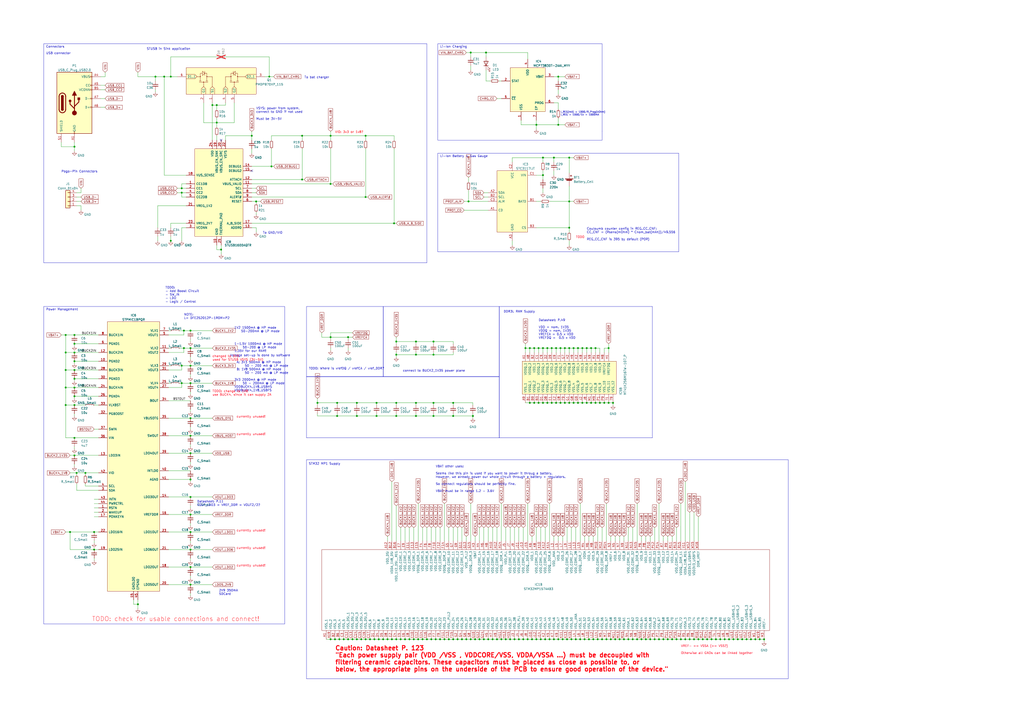
<source format=kicad_sch>
(kicad_sch (version 20230121) (generator eeschema)
  (paper "A2")
  (junction (at 110.49 191.77))
  (junction (at 317.5 201.93))
  (junction (at 241.3 205.74))
  (junction (at 407.67 370.84))
  (junction (at 295.91 370.84))
  (junction (at 43.18 234.95))
  (junction (at 443.23 370.84))
  (junction (at 309.88 233.68))
  (junction (at 54.61 308.61))
  (junction (at 241.3 241.3))
  (junction (at 417.83 370.84))
  (junction (at 332.74 233.68))
  (junction (at 262.89 233.68))
  (junction (at 199.39 370.84))
  (junction (at 241.3 198.12))
  (junction (at 191.77 195.58))
  (junction (at 312.42 201.93))
  (junction (at 327.66 201.93))
  (junction (at 218.44 233.68))
  (junction (at 232.41 370.84))
  (junction (at 156.21 44.45))
  (junction (at 99.06 44.45))
  (junction (at 204.47 370.84))
  (junction (at 330.2 116.84))
  (junction (at 54.61 318.77))
  (junction (at 355.6 233.68))
  (junction (at 110.49 212.09))
  (junction (at 303.53 370.84))
  (junction (at 110.49 262.89))
  (junction (at 157.48 96.52))
  (junction (at 43.18 194.31))
  (junction (at 237.49 370.84))
  (junction (at 43.18 199.39))
  (junction (at 326.39 370.84))
  (junction (at 308.61 370.84))
  (junction (at 271.78 116.84))
  (junction (at 435.61 370.84))
  (junction (at 257.81 370.84))
  (junction (at 105.41 109.22))
  (junction (at 146.05 78.74))
  (junction (at 337.82 201.93))
  (junction (at 304.8 201.93))
  (junction (at 195.58 241.3))
  (junction (at 389.89 370.84))
  (junction (at 219.71 370.84))
  (junction (at 322.58 201.93))
  (junction (at 175.26 104.14))
  (junction (at 420.37 370.84))
  (junction (at 80.01 350.52))
  (junction (at 43.18 229.87))
  (junction (at 349.25 370.84))
  (junction (at 148.59 116.84))
  (junction (at 105.41 222.25))
  (junction (at 320.04 201.93))
  (junction (at 280.67 370.84))
  (junction (at 43.18 209.55))
  (junction (at 340.36 233.68))
  (junction (at 241.3 233.68))
  (junction (at 314.96 101.6))
  (junction (at 298.45 370.84))
  (junction (at 430.53 370.84))
  (junction (at 273.05 30.48))
  (junction (at 214.63 370.84))
  (junction (at 110.49 222.25))
  (junction (at 322.58 233.68))
  (junction (at 285.75 370.84))
  (junction (at 234.95 370.84))
  (junction (at 195.58 233.68))
  (junction (at 330.2 132.08))
  (junction (at 201.93 370.84))
  (junction (at 267.97 370.84))
  (junction (at 364.49 370.84))
  (junction (at 252.73 370.84))
  (junction (at 397.51 370.84))
  (junction (at 110.49 278.13))
  (junction (at 325.12 201.93))
  (junction (at 345.44 201.93))
  (junction (at 314.96 201.93))
  (junction (at 43.18 204.47))
  (junction (at 314.96 233.68))
  (junction (at 290.83 370.84))
  (junction (at 394.97 370.84))
  (junction (at 392.43 370.84))
  (junction (at 314.96 91.44))
  (junction (at 307.34 233.68))
  (junction (at 311.15 72.39))
  (junction (at 318.77 370.84))
  (junction (at 440.69 370.84))
  (junction (at 369.57 370.84))
  (junction (at 372.11 370.84))
  (junction (at 410.21 370.84))
  (junction (at 320.04 233.68))
  (junction (at 323.85 44.45))
  (junction (at 377.19 370.84))
  (junction (at 262.89 241.3))
  (junction (at 328.93 370.84))
  (junction (at 123.19 60.96))
  (junction (at 273.05 370.84))
  (junction (at 125.73 71.12))
  (junction (at 209.55 370.84))
  (junction (at 361.95 370.84))
  (junction (at 201.93 195.58))
  (junction (at 384.81 370.84))
  (junction (at 402.59 370.84))
  (junction (at 281.94 30.48))
  (junction (at 110.49 288.29))
  (junction (at 260.35 370.84))
  (junction (at 207.01 233.68))
  (junction (at 228.6 129.54))
  (junction (at 250.19 370.84))
  (junction (at 43.18 219.71))
  (junction (at 245.11 370.84))
  (junction (at 334.01 370.84))
  (junction (at 110.49 328.93))
  (junction (at 110.49 318.77))
  (junction (at 330.2 233.68))
  (junction (at 335.28 201.93))
  (junction (at 283.21 370.84))
  (junction (at 359.41 370.84))
  (junction (at 191.77 78.74))
  (junction (at 128.27 144.78))
  (junction (at 251.46 233.68))
  (junction (at 240.03 370.84))
  (junction (at 415.29 370.84))
  (junction (at 379.73 370.84))
  (junction (at 43.18 254))
  (junction (at 90.17 44.45))
  (junction (at 184.15 233.68))
  (junction (at 336.55 370.84))
  (junction (at 353.06 201.93))
  (junction (at 307.34 201.93))
  (junction (at 347.98 233.68))
  (junction (at 293.37 370.84))
  (junction (at 43.18 264.16))
  (junction (at 38.1 234.95))
  (junction (at 191.77 106.68))
  (junction (at 191.77 370.84))
  (junction (at 229.87 205.74))
  (junction (at 278.13 370.84))
  (junction (at 95.25 44.45))
  (junction (at 438.15 370.84))
  (junction (at 288.29 370.84))
  (junction (at 335.28 233.68))
  (junction (at 110.49 252.73))
  (junction (at 316.23 370.84))
  (junction (at 387.35 370.84))
  (junction (at 38.1 204.47))
  (junction (at 196.85 370.84))
  (junction (at 110.49 339.09))
  (junction (at 255.27 370.84))
  (junction (at 330.2 201.93))
  (junction (at 105.41 111.76))
  (junction (at 274.32 241.3))
  (junction (at 309.88 201.93))
  (junction (at 110.49 298.45))
  (junction (at 110.49 201.93))
  (junction (at 353.06 233.68))
  (junction (at 99.06 139.6797))
  (junction (at 327.66 233.68))
  (junction (at 412.75 370.84))
  (junction (at 38.1 194.31))
  (junction (at 38.1 214.63))
  (junction (at 325.12 233.68))
  (junction (at 43.18 85.09))
  (junction (at 212.09 78.74))
  (junction (at 275.59 370.84))
  (junction (at 49.53 274.32))
  (junction (at 337.82 233.68))
  (junction (at 344.17 370.84))
  (junction (at 224.79 370.84))
  (junction (at 350.52 233.68))
  (junction (at 44.45 274.32))
  (junction (at 43.18 214.63))
  (junction (at 354.33 370.84))
  (junction (at 110.49 242.57))
  (junction (at 367.03 370.84))
  (junction (at 106.68 191.77))
  (junction (at 265.43 370.84))
  (junction (at 306.07 370.84))
  (junction (at 227.33 370.84))
  (junction (at 229.87 233.68))
  (junction (at 212.09 114.3))
  (junction (at 251.46 198.12))
  (junction (at 342.9 201.93))
  (junction (at 125.73 60.96))
  (junction (at 400.05 370.84))
  (junction (at 323.85 370.84))
  (junction (at 207.01 241.3))
  (junction (at 229.87 370.84))
  (junction (at 43.18 224.79))
  (junction (at 323.85 72.39))
  (junction (at 340.36 201.93))
  (junction (at 110.49 308.61))
  (junction (at 345.44 233.68))
  (junction (at 341.63 370.84))
  (junction (at 242.57 370.84))
  (junction (at 217.17 370.84))
  (junction (at 251.46 241.3))
  (junction (at 422.91 370.84))
  (junction (at 229.87 241.3))
  (junction (at 405.13 370.84))
  (junction (at 40.64 308.61))
  (junction (at 317.5 233.68))
  (junction (at 38.1 224.79))
  (junction (at 346.71 370.84))
  (junction (at 332.74 201.93))
  (junction (at 374.65 370.84))
  (junction (at 175.26 78.74))
  (junction (at 106.68 201.93))
  (junction (at 105.41 212.09))
  (junction (at 207.01 370.84))
  (junction (at 251.46 205.74))
  (junction (at 218.44 241.3))
  (junction (at 312.42 233.68))
  (junction (at 300.99 370.84))
  (junction (at 330.2 91.44))
  (junction (at 321.31 91.44))
  (junction (at 313.69 370.84))
  (junction (at 351.79 370.84))
  (junction (at 212.09 370.84))
  (junction (at 356.87 370.84))
  (junction (at 270.51 370.84))
  (junction (at 433.07 370.84))
  (junction (at 331.47 370.84))
  (junction (at 321.31 370.84))
  (junction (at 342.9 233.68))
  (junction (at 382.27 370.84))
  (junction (at 194.31 370.84))
  (junction (at 427.99 370.84))
  (junction (at 247.65 370.84))
  (junction (at 222.25 370.84))
  (junction (at 425.45 370.84))
  (junction (at 339.09 370.84))
  (junction (at 262.89 370.84))
  (junction (at 229.87 198.12))
  (junction (at 311.15 370.84))
  (no_connect (at 146.05 99.06))
  (no_connect (at 128.27 81.28))
  (wire (pts (xy 175.26 78.74) (xy 175.26 81.28)))
  (wire (pts (xy 241.3 198.12) (xy 251.46 198.12)))
  (wire (pts (xy 372.11 311.15) (xy 372.11 313.69)))
  (wire (pts (xy 309.88 201.93) (xy 312.42 201.93)))
  (wire (pts (xy 146.05 76.2) (xy 146.05 78.74)))
  (wire (pts (xy 60.96 41.91) (xy 60.96 44.45)))
  (wire (pts (xy 314.96 91.44) (xy 321.31 91.44)))
  (wire (pts (xy 43.18 234.95) (xy 49.53 234.95)))
  (wire (pts (xy 314.96 109.22) (xy 314.96 111.76)))
  (wire (pts (xy 99.06 139.6797) (xy 99.06 139.7)))
  (wire (pts (xy 336.55 292.1) (xy 336.55 313.69)))
  (wire (pts (xy 262.89 370.84) (xy 265.43 370.84)))
  (wire (pts (xy 314.96 91.44) (xy 314.96 93.98)))
  (wire (pts (xy 250.19 370.84) (xy 252.73 370.84)))
  (wire (pts (xy 229.87 205.74) (xy 229.87 207.01)))
  (wire (pts (xy 44.45 274.32) (xy 49.53 274.32)))
  (wire (pts (xy 110.49 298.45) (xy 123.19 298.45)))
  (wire (pts (xy 300.99 306.07) (xy 300.99 313.69)))
  (wire (pts (xy 123.19 59.69) (xy 123.19 60.96)))
  (wire (pts (xy 281.94 30.48) (xy 306.07 30.48)))
  (wire (pts (xy 110.49 334.01) (xy 110.49 335.28)))
  (wire (pts (xy 40.64 264.16) (xy 43.18 264.16)))
  (wire (pts (xy 318.77 292.1) (xy 318.77 313.69)))
  (wire (pts (xy 304.8 233.68) (xy 307.34 233.68)))
  (wire (pts (xy 251.46 205.74) (xy 262.89 205.74)))
  (wire (pts (xy 359.41 370.84) (xy 361.95 370.84)))
  (wire (pts (xy 157.48 96.52) (xy 158.75 96.52)))
  (wire (pts (xy 107.95 111.76) (xy 105.41 111.76)))
  (wire (pts (xy 402.59 370.84) (xy 405.13 370.84)))
  (wire (pts (xy 369.57 370.84) (xy 372.11 370.84)))
  (wire (pts (xy 283.21 306.07) (xy 283.21 313.69)))
  (polyline (pts (xy 349.25 25.4) (xy 349.25 76.2)))
  (wire (pts (xy 91.44 137.16) (xy 91.44 139.7)))
  (wire (pts (xy 44.45 114.3) (xy 46.99 114.3)))
  (wire (pts (xy 295.91 370.84) (xy 298.45 370.84)))
  (wire (pts (xy 322.58 201.93) (xy 322.58 204.47)))
  (wire (pts (xy 322.58 233.68) (xy 325.12 233.68)))
  (wire (pts (xy 125.73 142.24) (xy 125.73 144.78)))
  (wire (pts (xy 275.59 311.15) (xy 275.59 313.69)))
  (wire (pts (xy 99.06 201.93) (xy 97.79 201.93)))
  (wire (pts (xy 123.19 60.96) (xy 123.19 81.28)))
  (wire (pts (xy 361.95 311.15) (xy 361.95 313.69)))
  (polyline (pts (xy 378.46 177.8) (xy 378.46 254)))
  (wire (pts (xy 312.42 233.68) (xy 314.96 233.68)))
  (wire (pts (xy 43.18 224.79) (xy 57.15 224.79)))
  (wire (pts (xy 274.32 233.68) (xy 274.32 234.95)))
  (wire (pts (xy 106.68 201.93) (xy 106.68 204.47)))
  (wire (pts (xy 97.79 204.47) (xy 106.68 204.47)))
  (wire (pts (xy 97.79 308.61) (xy 110.49 308.61)))
  (wire (pts (xy 323.85 44.45) (xy 323.85 46.99)))
  (wire (pts (xy 262.89 241.3) (xy 262.89 240.03)))
  (wire (pts (xy 95.25 44.45) (xy 95.25 101.6)))
  (wire (pts (xy 273.05 30.48) (xy 273.05 33.02)))
  (wire (pts (xy 369.57 292.1) (xy 369.57 313.69)))
  (wire (pts (xy 312.42 201.93) (xy 314.96 201.93)))
  (wire (pts (xy 241.3 233.68) (xy 241.3 234.95)))
  (wire (pts (xy 199.39 370.84) (xy 201.93 370.84)))
  (wire (pts (xy 43.18 85.09) (xy 43.18 87.63)))
  (wire (pts (xy 43.18 240.03) (xy 43.18 241.3)))
  (wire (pts (xy 353.06 201.93) (xy 353.06 204.47)))
  (wire (pts (xy 189.23 370.84) (xy 191.77 370.84)))
  (wire (pts (xy 323.85 72.39) (xy 327.66 72.39)))
  (wire (pts (xy 311.15 72.39) (xy 311.15 74.93)))
  (wire (pts (xy 314.96 201.93) (xy 314.96 204.47)))
  (wire (pts (xy 125.73 71.12) (xy 125.73 73.66)))
  (wire (pts (xy 340.36 201.93) (xy 340.36 204.47)))
  (wire (pts (xy 321.31 91.44) (xy 321.31 93.98)))
  (wire (pts (xy 224.79 311.15) (xy 224.79 313.69)))
  (wire (pts (xy 148.59 116.84) (xy 148.59 118.11)))
  (wire (pts (xy 54.61 308.61) (xy 57.15 308.61)))
  (polyline (pts (xy 25.4 361.95) (xy 165.1 361.95)))
  (wire (pts (xy 280.67 114.3) (xy 283.21 114.3)))
  (wire (pts (xy 336.55 370.84) (xy 339.09 370.84)))
  (wire (pts (xy 323.85 59.69) (xy 323.85 63.5)))
  (wire (pts (xy 110.49 198.12) (xy 110.49 196.85)))
  (wire (pts (xy 184.15 241.3) (xy 184.15 240.03)))
  (wire (pts (xy 44.45 111.76) (xy 46.99 111.76)))
  (wire (pts (xy 303.53 370.84) (xy 306.07 370.84)))
  (wire (pts (xy 146.05 132.08) (xy 148.59 132.08)))
  (wire (pts (xy 438.15 370.84) (xy 440.69 370.84)))
  (wire (pts (xy 330.2 201.93) (xy 332.74 201.93)))
  (wire (pts (xy 97.79 288.29) (xy 110.49 288.29)))
  (wire (pts (xy 43.18 229.87) (xy 43.18 231.14)))
  (wire (pts (xy 320.04 233.68) (xy 322.58 233.68)))
  (wire (pts (xy 234.95 370.84) (xy 237.49 370.84)))
  (wire (pts (xy 110.49 339.09) (xy 123.19 339.09)))
  (wire (pts (xy 38.1 224.79) (xy 43.18 224.79)))
  (wire (pts (xy 402.59 297.18) (xy 402.59 313.69)))
  (wire (pts (xy 110.49 278.13) (xy 110.49 279.4)))
  (wire (pts (xy 326.39 311.15) (xy 326.39 313.69)))
  (wire (pts (xy 125.73 68.58) (xy 125.73 71.12)))
  (wire (pts (xy 311.15 72.39) (xy 323.85 72.39)))
  (wire (pts (xy 309.88 233.68) (xy 312.42 233.68)))
  (wire (pts (xy 209.55 370.84) (xy 212.09 370.84)))
  (wire (pts (xy 435.61 370.84) (xy 438.15 370.84)))
  (wire (pts (xy 255.27 370.84) (xy 257.81 370.84)))
  (wire (pts (xy 97.79 194.31) (xy 106.68 194.31)))
  (wire (pts (xy 251.46 241.3) (xy 262.89 241.3)))
  (wire (pts (xy 195.58 241.3) (xy 184.15 241.3)))
  (wire (pts (xy 49.53 280.67) (xy 49.53 281.94)))
  (wire (pts (xy 327.66 201.93) (xy 330.2 201.93)))
  (wire (pts (xy 297.18 93.98) (xy 297.18 91.44)))
  (wire (pts (xy 322.58 201.93) (xy 325.12 201.93)))
  (wire (pts (xy 110.49 344.17) (xy 110.49 345.44)))
  (wire (pts (xy 342.9 201.93) (xy 342.9 204.47)))
  (wire (pts (xy 54.61 289.56) (xy 57.15 289.56)))
  (wire (pts (xy 110.49 191.77) (xy 123.19 191.77)))
  (wire (pts (xy 38.1 308.61) (xy 40.64 308.61)))
  (wire (pts (xy 49.53 274.32) (xy 49.53 275.59)))
  (wire (pts (xy 367.03 306.07) (xy 367.03 313.69)))
  (wire (pts (xy 110.49 328.93) (xy 123.19 328.93)))
  (wire (pts (xy 330.2 91.44) (xy 332.74 91.44)))
  (wire (pts (xy 284.48 46.99) (xy 281.94 46.99)))
  (wire (pts (xy 49.53 281.94) (xy 57.15 281.94)))
  (wire (pts (xy 153.67 44.45) (xy 156.21 44.45)))
  (wire (pts (xy 99.06 137.16) (xy 99.06 139.6797)))
  (wire (pts (xy 228.6 129.54) (xy 228.6 86.36)))
  (wire (pts (xy 394.97 292.1) (xy 394.97 313.69)))
  (wire (pts (xy 35.56 194.31) (xy 38.1 194.31)))
  (wire (pts (xy 97.79 339.09) (xy 110.49 339.09)))
  (wire (pts (xy 130.81 59.69) (xy 130.81 60.96)))
  (wire (pts (xy 298.45 370.84) (xy 300.99 370.84)))
  (wire (pts (xy 314.96 99.06) (xy 314.96 101.6)))
  (wire (pts (xy 110.49 257.81) (xy 110.49 259.08)))
  (wire (pts (xy 317.5 201.93) (xy 320.04 201.93)))
  (wire (pts (xy 99.06 33.02) (xy 99.06 44.45)))
  (wire (pts (xy 99.06 33.02) (xy 125.73 33.02)))
  (wire (pts (xy 118.11 71.12) (xy 125.73 71.12)))
  (polyline (pts (xy 25.4 25.4) (xy 247.65 25.4)))
  (wire (pts (xy 241.3 241.3) (xy 229.87 241.3)))
  (wire (pts (xy 157.48 96.52) (xy 146.05 96.52)))
  (wire (pts (xy 57.15 284.48) (xy 44.45 284.48)))
  (wire (pts (xy 110.49 201.93) (xy 123.19 201.93)))
  (wire (pts (xy 285.75 306.07) (xy 285.75 313.69)))
  (wire (pts (xy 377.19 311.15) (xy 377.19 313.69)))
  (wire (pts (xy 345.44 233.68) (xy 347.98 233.68)))
  (wire (pts (xy 351.79 370.84) (xy 354.33 370.84)))
  (wire (pts (xy 330.2 201.93) (xy 330.2 204.47)))
  (wire (pts (xy 80.01 350.52) (xy 77.47 350.52)))
  (wire (pts (xy 38.1 214.63) (xy 38.1 224.79)))
  (polyline (pts (xy 254 25.4) (xy 254 76.2)))
  (wire (pts (xy 35.56 82.55) (xy 35.56 85.09)))
  (wire (pts (xy 54.61 323.85) (xy 54.61 325.12)))
  (wire (pts (xy 125.73 71.12) (xy 135.89 71.12)))
  (wire (pts (xy 382.27 370.84) (xy 384.81 370.84)))
  (wire (pts (xy 110.49 288.29) (xy 123.19 288.29)))
  (wire (pts (xy 275.59 370.84) (xy 278.13 370.84)))
  (wire (pts (xy 304.8 199.39) (xy 304.8 201.93)))
  (wire (pts (xy 313.69 370.84) (xy 316.23 370.84)))
  (wire (pts (xy 270.51 311.15) (xy 270.51 313.69)))
  (wire (pts (xy 35.56 85.09) (xy 43.18 85.09)))
  (polyline (pts (xy 25.4 177.8) (xy 25.4 361.95)))
  (wire (pts (xy 257.81 292.1) (xy 257.81 313.69)))
  (wire (pts (xy 304.8 201.93) (xy 307.34 201.93)))
  (wire (pts (xy 227.33 370.84) (xy 229.87 370.84)))
  (wire (pts (xy 433.07 370.84) (xy 435.61 370.84)))
  (wire (pts (xy 265.43 306.07) (xy 265.43 313.69)))
  (wire (pts (xy 306.07 292.1) (xy 306.07 313.69)))
  (wire (pts (xy 229.87 198.12) (xy 241.3 198.12)))
  (wire (pts (xy 130.81 78.74) (xy 146.05 78.74)))
  (wire (pts (xy 351.79 292.1) (xy 351.79 313.69)))
  (wire (pts (xy 191.77 370.84) (xy 194.31 370.84)))
  (wire (pts (xy 269.24 121.92) (xy 283.21 121.92)))
  (wire (pts (xy 110.49 267.97) (xy 110.49 269.24)))
  (wire (pts (xy 367.03 370.84) (xy 369.57 370.84)))
  (wire (pts (xy 218.44 241.3) (xy 207.01 241.3)))
  (wire (pts (xy 270.51 30.48) (xy 273.05 30.48)))
  (polyline (pts (xy 254 146.05) (xy 393.7 146.05)))
  (wire (pts (xy 175.26 104.14) (xy 176.53 104.14)))
  (wire (pts (xy 297.18 139.7) (xy 297.18 142.24)))
  (wire (pts (xy 354.33 370.84) (xy 356.87 370.84)))
  (wire (pts (xy 207.01 240.03) (xy 207.01 241.3)))
  (wire (pts (xy 241.3 233.68) (xy 251.46 233.68)))
  (wire (pts (xy 331.47 306.07) (xy 331.47 313.69)))
  (polyline (pts (xy 349.25 76.2) (xy 349.25 81.28)))
  (wire (pts (xy 105.41 132.08) (xy 105.41 139.7)))
  (wire (pts (xy 443.23 370.84) (xy 443.23 372.11)))
  (wire (pts (xy 99.06 44.45) (xy 102.87 44.45)))
  (wire (pts (xy 290.83 292.1) (xy 290.83 313.69)))
  (wire (pts (xy 340.36 233.68) (xy 342.9 233.68)))
  (wire (pts (xy 394.97 370.84) (xy 397.51 370.84)))
  (wire (pts (xy 332.74 201.93) (xy 335.28 201.93)))
  (wire (pts (xy 405.13 299.72) (xy 405.13 313.69)))
  (wire (pts (xy 240.03 370.84) (xy 242.57 370.84)))
  (wire (pts (xy 110.49 313.69) (xy 110.49 314.96)))
  (wire (pts (xy 224.79 370.84) (xy 227.33 370.84)))
  (wire (pts (xy 44.45 119.38) (xy 46.99 119.38)))
  (wire (pts (xy 281.94 40.64) (xy 281.94 46.99)))
  (wire (pts (xy 242.57 370.84) (xy 245.11 370.84)))
  (wire (pts (xy 125.73 78.74) (xy 125.73 81.28)))
  (wire (pts (xy 361.95 370.84) (xy 364.49 370.84)))
  (wire (pts (xy 80.01 44.45) (xy 90.17 44.45)))
  (wire (pts (xy 356.87 370.84) (xy 359.41 370.84)))
  (wire (pts (xy 110.49 208.28) (xy 110.49 207.01)))
  (wire (pts (xy 229.87 240.03) (xy 229.87 241.3)))
  (wire (pts (xy 241.3 205.74) (xy 251.46 205.74)))
  (wire (pts (xy 110.49 242.57) (xy 123.19 242.57)))
  (wire (pts (xy 346.71 306.07) (xy 346.71 313.69)))
  (wire (pts (xy 320.04 201.93) (xy 320.04 204.47)))
  (wire (pts (xy 110.49 252.73) (xy 123.19 252.73)))
  (wire (pts (xy 207.01 241.3) (xy 195.58 241.3)))
  (wire (pts (xy 229.87 204.47) (xy 229.87 205.74)))
  (wire (pts (xy 241.3 198.12) (xy 241.3 199.39)))
  (wire (pts (xy 330.2 116.84) (xy 332.74 116.84)))
  (wire (pts (xy 110.49 318.77) (xy 123.19 318.77)))
  (wire (pts (xy 58.42 57.15) (xy 60.96 57.15)))
  (wire (pts (xy 250.19 306.07) (xy 250.19 313.69)))
  (wire (pts (xy 407.67 370.84) (xy 410.21 370.84)))
  (wire (pts (xy 350.52 201.93) (xy 350.52 204.47)))
  (wire (pts (xy 184.15 231.14) (xy 184.15 233.68)))
  (wire (pts (xy 148.59 116.84) (xy 151.13 116.84)))
  (wire (pts (xy 359.41 311.15) (xy 359.41 313.69)))
  (wire (pts (xy 43.18 264.16) (xy 57.15 264.16)))
  (wire (pts (xy 218.44 233.68) (xy 207.01 233.68)))
  (wire (pts (xy 337.82 201.93) (xy 337.82 204.47)))
  (wire (pts (xy 283.21 370.84) (xy 285.75 370.84)))
  (wire (pts (xy 58.42 44.45) (xy 60.96 44.45)))
  (wire (pts (xy 313.69 306.07) (xy 313.69 313.69)))
  (wire (pts (xy 90.17 44.45) (xy 95.25 44.45)))
  (wire (pts (xy 306.07 30.48) (xy 306.07 34.29)))
  (wire (pts (xy 293.37 370.84) (xy 295.91 370.84)))
  (wire (pts (xy 201.93 201.93) (xy 201.93 203.2)))
  (wire (pts (xy 288.29 57.15) (xy 290.83 57.15)))
  (wire (pts (xy 262.89 205.74) (xy 262.89 204.47)))
  (wire (pts (xy 237.49 306.07) (xy 237.49 313.69)))
  (wire (pts (xy 196.85 370.84) (xy 199.39 370.84)))
  (polyline (pts (xy 165.1 177.8) (xy 165.1 361.95)))
  (wire (pts (xy 110.49 222.25) (xy 123.19 222.25)))
  (wire (pts (xy 58.42 49.53) (xy 60.96 49.53)))
  (wire (pts (xy 307.34 201.93) (xy 309.88 201.93)))
  (wire (pts (xy 146.05 114.3) (xy 212.09 114.3)))
  (wire (pts (xy 241.3 240.03) (xy 241.3 241.3)))
  (wire (pts (xy 323.85 311.15) (xy 323.85 313.69)))
  (wire (pts (xy 330.2 116.84) (xy 330.2 107.95)))
  (wire (pts (xy 234.95 306.07) (xy 234.95 313.69)))
  (wire (pts (xy 314.96 233.68) (xy 317.5 233.68)))
  (wire (pts (xy 54.61 299.72) (xy 57.15 299.72)))
  (wire (pts (xy 43.18 229.87) (xy 57.15 229.87)))
  (wire (pts (xy 38.1 214.63) (xy 43.18 214.63)))
  (wire (pts (xy 97.79 262.89) (xy 110.49 262.89)))
  (wire (pts (xy 201.93 195.58) (xy 191.77 195.58)))
  (wire (pts (xy 148.59 123.19) (xy 148.59 124.46)))
  (polyline (pts (xy 177.8 393.7) (xy 177.8 266.7)))
  (wire (pts (xy 427.99 370.84) (xy 430.53 370.84)))
  (wire (pts (xy 90.17 52.07) (xy 90.17 53.34)))
  (wire (pts (xy 349.25 370.84) (xy 351.79 370.84)))
  (wire (pts (xy 349.25 306.07) (xy 349.25 313.69)))
  (wire (pts (xy 330.2 91.44) (xy 330.2 100.33)))
  (polyline (pts (xy 457.2 266.7) (xy 457.2 393.7)))
  (wire (pts (xy 389.89 370.84) (xy 392.43 370.84)))
  (wire (pts (xy 106.68 191.77) (xy 110.49 191.77)))
  (wire (pts (xy 325.12 201.93) (xy 327.66 201.93)))
  (wire (pts (xy 146.05 86.36) (xy 146.05 88.9)))
  (wire (pts (xy 40.64 308.61) (xy 54.61 308.61)))
  (wire (pts (xy 195.58 233.68) (xy 195.58 234.95)))
  (wire (pts (xy 350.52 233.68) (xy 353.06 233.68)))
  (wire (pts (xy 38.1 204.47) (xy 43.18 204.47)))
  (wire (pts (xy 229.87 195.58) (xy 229.87 198.12)))
  (wire (pts (xy 374.65 311.15) (xy 374.65 313.69)))
  (wire (pts (xy 237.49 370.84) (xy 240.03 370.84)))
  (wire (pts (xy 43.18 82.55) (xy 43.18 85.09)))
  (wire (pts (xy 229.87 205.74) (xy 241.3 205.74)))
  (wire (pts (xy 297.18 91.44) (xy 314.96 91.44)))
  (wire (pts (xy 157.48 78.74) (xy 175.26 78.74)))
  (wire (pts (xy 335.28 201.93) (xy 337.82 201.93)))
  (wire (pts (xy 157.48 81.28) (xy 157.48 78.74)))
  (wire (pts (xy 110.49 262.89) (xy 123.19 262.89)))
  (wire (pts (xy 392.43 370.84) (xy 394.97 370.84)))
  (wire (pts (xy 347.98 201.93) (xy 347.98 204.47)))
  (wire (pts (xy 328.93 306.07) (xy 328.93 313.69)))
  (wire (pts (xy 374.65 370.84) (xy 377.19 370.84)))
  (wire (pts (xy 201.93 370.84) (xy 204.47 370.84)))
  (wire (pts (xy 102.87 109.22) (xy 105.41 109.22)))
  (wire (pts (xy 345.44 201.93) (xy 347.98 201.93)))
  (wire (pts (xy 321.31 311.15) (xy 321.31 313.69)))
  (wire (pts (xy 130.81 81.28) (xy 130.81 78.74)))
  (wire (pts (xy 262.89 233.68) (xy 262.89 234.95)))
  (wire (pts (xy 415.29 370.84) (xy 417.83 370.84)))
  (wire (pts (xy 425.45 370.84) (xy 427.99 370.84)))
  (wire (pts (xy 46.99 119.38) (xy 46.99 121.92)))
  (wire (pts (xy 412.75 370.84) (xy 415.29 370.84)))
  (wire (pts (xy 321.31 91.44) (xy 330.2 91.44)))
  (wire (pts (xy 105.41 109.22) (xy 107.95 109.22)))
  (wire (pts (xy 355.6 233.68) (xy 355.6 234.95)))
  (wire (pts (xy 241.3 241.3) (xy 251.46 241.3)))
  (wire (pts (xy 339.09 311.15) (xy 339.09 313.69)))
  (wire (pts (xy 43.18 200.66) (xy 43.18 199.39)))
  (wire (pts (xy 242.57 292.1) (xy 242.57 313.69)))
  (wire (pts (xy 262.89 198.12) (xy 262.89 199.39)))
  (wire (pts (xy 325.12 201.93) (xy 325.12 204.47)))
  (wire (pts (xy 38.1 204.47) (xy 38.1 214.63)))
  (wire (pts (xy 110.49 248.92) (xy 110.49 247.65)))
  (wire (pts (xy 440.69 370.84) (xy 443.23 370.84)))
  (wire (pts (xy 321.31 370.84) (xy 323.85 370.84)))
  (wire (pts (xy 228.6 78.74) (xy 228.6 81.28)))
  (wire (pts (xy 207.01 233.68) (xy 195.58 233.68)))
  (wire (pts (xy 229.87 233.68) (xy 241.3 233.68)))
  (wire (pts (xy 91.44 119.38) (xy 91.44 132.08)))
  (wire (pts (xy 80.01 350.52) (xy 80.01 353.06)))
  (wire (pts (xy 364.49 306.07) (xy 364.49 313.69)))
  (wire (pts (xy 148.59 132.08) (xy 148.59 134.62)))
  (wire (pts (xy 90.17 44.45) (xy 90.17 46.99)))
  (wire (pts (xy 345.44 201.93) (xy 345.44 204.47)))
  (wire (pts (xy 212.09 78.74) (xy 212.09 81.28)))
  (wire (pts (xy 54.61 292.1) (xy 57.15 292.1)))
  (wire (pts (xy 420.37 370.84) (xy 422.91 370.84)))
  (wire (pts (xy 342.9 201.93) (xy 345.44 201.93)))
  (wire (pts (xy 43.18 259.08) (xy 43.18 260.35)))
  (wire (pts (xy 311.15 370.84) (xy 313.69 370.84)))
  (wire (pts (xy 97.79 273.05) (xy 110.49 273.05)))
  (wire (pts (xy 175.26 104.14) (xy 175.26 86.36)))
  (wire (pts (xy 104.14 201.93) (xy 106.68 201.93)))
  (wire (pts (xy 222.25 370.84) (xy 224.79 370.84)))
  (wire (pts (xy 110.49 237.49) (xy 110.49 238.76)))
  (wire (pts (xy 307.34 201.93) (xy 307.34 204.47)))
  (wire (pts (xy 44.45 116.84) (xy 46.99 116.84)))
  (wire (pts (xy 40.64 318.77) (xy 40.64 308.61)))
  (wire (pts (xy 97.79 328.93) (xy 110.49 328.93)))
  (polyline (pts (xy 393.7 88.9) (xy 254 88.9)))
  (wire (pts (xy 316.23 370.84) (xy 318.77 370.84)))
  (wire (pts (xy 273.05 370.84) (xy 275.59 370.84)))
  (polyline (pts (xy 254 76.2) (xy 254 81.28)))
  (wire (pts (xy 245.11 306.07) (xy 245.11 313.69)))
  (wire (pts (xy 295.91 306.07) (xy 295.91 313.69)))
  (wire (pts (xy 194.31 370.84) (xy 196.85 370.84)))
  (wire (pts (xy 46.99 109.22) (xy 46.99 111.76)))
  (wire (pts (xy 191.77 78.74) (xy 191.77 81.28)))
  (wire (pts (xy 340.36 201.93) (xy 342.9 201.93)))
  (wire (pts (xy 110.49 323.85) (xy 110.49 325.12)))
  (wire (pts (xy 251.46 204.47) (xy 251.46 205.74)))
  (wire (pts (xy 303.53 306.07) (xy 303.53 313.69)))
  (wire (pts (xy 302.26 72.39) (xy 311.15 72.39)))
  (wire (pts (xy 280.67 111.76) (xy 283.21 111.76)))
  (wire (pts (xy 204.47 370.84) (xy 207.01 370.84)))
  (wire (pts (xy 195.58 240.03) (xy 195.58 241.3)))
  (wire (pts (xy 265.43 370.84) (xy 267.97 370.84)))
  (wire (pts (xy 302.26 72.39) (xy 302.26 69.85)))
  (wire (pts (xy 280.67 370.84) (xy 283.21 370.84)))
  (wire (pts (xy 251.46 233.68) (xy 251.46 234.95)))
  (wire (pts (xy 43.18 269.24) (xy 43.18 270.51)))
  (wire (pts (xy 191.77 106.68) (xy 193.04 106.68)))
  (wire (pts (xy 214.63 370.84) (xy 217.17 370.84)))
  (wire (pts (xy 321.31 99.06) (xy 321.31 101.6)))
  (wire (pts (xy 318.77 116.84) (xy 330.2 116.84)))
  (wire (pts (xy 186.69 193.04) (xy 186.69 195.58)))
  (wire (pts (xy 387.35 370.84) (xy 389.89 370.84)))
  (wire (pts (xy 146.05 78.74) (xy 146.05 81.28)))
  (wire (pts (xy 328.93 370.84) (xy 331.47 370.84)))
  (wire (pts (xy 54.61 248.92) (xy 57.15 248.92)))
  (wire (pts (xy 379.73 370.84) (xy 382.27 370.84)))
  (wire (pts (xy 267.97 306.07) (xy 267.97 313.69)))
  (wire (pts (xy 240.03 306.07) (xy 240.03 313.69)))
  (wire (pts (xy 392.43 306.07) (xy 392.43 313.69)))
  (wire (pts (xy 43.18 219.71) (xy 43.18 220.98)))
  (wire (pts (xy 260.35 370.84) (xy 262.89 370.84)))
  (wire (pts (xy 377.19 370.84) (xy 379.73 370.84)))
  (wire (pts (xy 191.77 195.58) (xy 186.69 195.58)))
  (wire (pts (xy 307.34 233.68) (xy 309.88 233.68)))
  (wire (pts (xy 97.79 318.77) (xy 110.49 318.77)))
  (wire (pts (xy 97.79 224.79) (xy 105.41 224.79)))
  (wire (pts (xy 422.91 370.84) (xy 425.45 370.84)))
  (wire (pts (xy 207.01 233.68) (xy 207.01 234.95)))
  (polyline (pts (xy 25.4 177.8) (xy 165.1 177.8)))
  (wire (pts (xy 156.21 44.45) (xy 158.75 44.45)))
  (wire (pts (xy 44.45 284.48) (xy 44.45 280.67)))
  (wire (pts (xy 106.68 201.93) (xy 110.49 201.93)))
  (wire (pts (xy 43.18 204.47) (xy 57.15 204.47)))
  (wire (pts (xy 384.81 311.15) (xy 384.81 313.69)))
  (wire (pts (xy 330.2 139.7) (xy 330.2 142.24)))
  (wire (pts (xy 212.09 114.3) (xy 212.09 86.36)))
  (wire (pts (xy 104.14 222.25) (xy 105.41 222.25)))
  (wire (pts (xy 38.1 254) (xy 43.18 254)))
  (wire (pts (xy 269.24 116.84) (xy 271.78 116.84)))
  (wire (pts (xy 54.61 294.64) (xy 57.15 294.64)))
  (wire (pts (xy 97.79 214.63) (xy 105.41 214.63)))
  (wire (pts (xy 99.06 129.54) (xy 99.06 132.08)))
  (wire (pts (xy 337.82 233.68) (xy 340.36 233.68)))
  (wire (pts (xy 332.74 201.93) (xy 332.74 204.47)))
  (wire (pts (xy 191.77 86.36) (xy 191.77 106.68)))
  (wire (pts (xy 38.1 234.95) (xy 43.18 234.95)))
  (wire (pts (xy 251.46 198.12) (xy 262.89 198.12)))
  (wire (pts (xy 212.09 78.74) (xy 228.6 78.74)))
  (wire (pts (xy 107.95 119.38) (xy 91.44 119.38)))
  (wire (pts (xy 110.49 217.17) (xy 110.49 218.44)))
  (wire (pts (xy 364.49 370.84) (xy 367.03 370.84)))
  (wire (pts (xy 97.79 298.45) (xy 110.49 298.45)))
  (wire (pts (xy 105.41 212.09) (xy 110.49 212.09)))
  (polyline (pts (xy 247.65 152.4) (xy 25.4 152.4)))
  (wire (pts (xy 229.87 198.12) (xy 229.87 199.39)))
  (wire (pts (xy 387.35 311.15) (xy 387.35 313.69)))
  (wire (pts (xy 317.5 201.93) (xy 314.96 201.93)))
  (wire (pts (xy 311.15 69.85) (xy 311.15 72.39)))
  (wire (pts (xy 251.46 233.68) (xy 262.89 233.68)))
  (wire (pts (xy 104.14 191.77) (xy 106.68 191.77)))
  (wire (pts (xy 330.2 132.08) (xy 330.2 134.62)))
  (wire (pts (xy 312.42 201.93) (xy 312.42 204.47)))
  (wire (pts (xy 191.77 193.04) (xy 191.77 195.58)))
  (wire (pts (xy 323.85 370.84) (xy 326.39 370.84)))
  (wire (pts (xy 251.46 240.03) (xy 251.46 241.3)))
  (wire (pts (xy 38.1 234.95) (xy 38.1 254)))
  (wire (pts (xy 49.53 274.32) (xy 57.15 274.32)))
  (wire (pts (xy 229.87 233.68) (xy 229.87 234.95)))
  (wire (pts (xy 228.6 129.54) (xy 229.87 129.54)))
  (wire (pts (xy 318.77 370.84) (xy 321.31 370.84)))
  (wire (pts (xy 43.18 254) (xy 57.15 254)))
  (wire (pts (xy 54.61 234.95) (xy 57.15 234.95)))
  (wire (pts (xy 252.73 370.84) (xy 255.27 370.84)))
  (wire (pts (xy 191.77 106.68) (xy 146.05 106.68)))
  (wire (pts (xy 252.73 306.07) (xy 252.73 313.69)))
  (wire (pts (xy 293.37 306.07) (xy 293.37 313.69)))
  (wire (pts (xy 40.64 274.32) (xy 44.45 274.32)))
  (wire (pts (xy 323.85 44.45) (xy 327.66 44.45)))
  (wire (pts (xy 341.63 370.84) (xy 344.17 370.84)))
  (wire (pts (xy 105.41 222.25) (xy 110.49 222.25)))
  (wire (pts (xy 135.89 59.69) (xy 135.89 71.12)))
  (wire (pts (xy 229.87 233.68) (xy 218.44 233.68)))
  (wire (pts (xy 191.77 78.74) (xy 212.09 78.74)))
  (wire (pts (xy 118.11 59.69) (xy 118.11 71.12)))
  (wire (pts (xy 107.95 132.08) (xy 105.41 132.08)))
  (wire (pts (xy 105.41 106.68) (xy 105.41 109.22)))
  (wire (pts (xy 356.87 311.15) (xy 356.87 313.69)))
  (wire (pts (xy 320.04 201.93) (xy 322.58 201.93)))
  (wire (pts (xy 321.31 59.69) (xy 323.85 59.69)))
  (wire (pts (xy 321.31 44.45) (xy 323.85 44.45)))
  (wire (pts (xy 204.47 195.58) (xy 201.93 195.58)))
  (wire (pts (xy 281.94 30.48) (xy 281.94 33.02)))
  (wire (pts (xy 77.47 347.98) (xy 77.47 350.52)))
  (polyline (pts (xy 247.65 25.4) (xy 247.65 152.4)))
  (wire (pts (xy 195.58 233.68) (xy 184.15 233.68)))
  (wire (pts (xy 130.81 33.02) (xy 156.21 33.02)))
  (wire (pts (xy 44.45 274.32) (xy 44.45 275.59)))
  (wire (pts (xy 337.82 201.93) (xy 340.36 201.93)))
  (wire (pts (xy 146.05 129.54) (xy 228.6 129.54)))
  (wire (pts (xy 260.35 306.07) (xy 260.35 313.69)))
  (wire (pts (xy 43.18 194.31) (xy 57.15 194.31)))
  (wire (pts (xy 314.96 101.6) (xy 314.96 104.14)))
  (polyline (pts (xy 177.8 266.7) (xy 457.2 266.7)))
  (wire (pts (xy 128.27 144.78) (xy 128.27 147.32)))
  (wire (pts (xy 110.49 227.33) (xy 110.49 228.6)))
  (wire (pts (xy 257.81 370.84) (xy 260.35 370.84)))
  (wire (pts (xy 247.65 370.84) (xy 250.19 370.84)))
  (wire (pts (xy 341.63 311.15) (xy 341.63 313.69)))
  (polyline (pts (xy 457.2 393.7) (xy 177.8 393.7)))
  (wire (pts (xy 327.66 233.68) (xy 330.2 233.68)))
  (wire (pts (xy 339.09 370.84) (xy 341.63 370.84)))
  (wire (pts (xy 346.71 370.84) (xy 349.25 370.84)))
  (wire (pts (xy 331.47 370.84) (xy 334.01 370.84)))
  (wire (pts (xy 274.32 241.3) (xy 274.32 242.57)))
  (wire (pts (xy 38.1 194.31) (xy 43.18 194.31)))
  (wire (pts (xy 271.78 110.49) (xy 271.78 116.84)))
  (wire (pts (xy 110.49 212.09) (xy 123.19 212.09)))
  (wire (pts (xy 316.23 306.07) (xy 316.23 313.69)))
  (wire (pts (xy 308.61 311.15) (xy 308.61 313.69)))
  (wire (pts (xy 353.06 201.93) (xy 350.52 201.93)))
  (wire (pts (xy 38.1 224.79) (xy 38.1 234.95)))
  (wire (pts (xy 382.27 292.1) (xy 382.27 313.69)))
  (wire (pts (xy 332.74 233.68) (xy 335.28 233.68)))
  (wire (pts (xy 298.45 306.07) (xy 298.45 313.69)))
  (wire (pts (xy 157.48 86.36) (xy 157.48 96.52)))
  (wire (pts (xy 212.09 114.3) (xy 213.36 114.3)))
  (polyline (pts (xy 254 88.9) (xy 254 146.05)))
  (wire (pts (xy 273.05 38.1) (xy 273.05 40.64)))
  (wire (pts (xy 334.01 370.84) (xy 336.55 370.84)))
  (wire (pts (xy 54.61 313.69) (xy 54.61 314.96)))
  (wire (pts (xy 344.17 370.84) (xy 346.71 370.84)))
  (wire (pts (xy 330.2 233.68) (xy 332.74 233.68)))
  (wire (pts (xy 354.33 311.15) (xy 354.33 313.69)))
  (wire (pts (xy 325.12 233.68) (xy 327.66 233.68)))
  (wire (pts (xy 105.41 222.25) (xy 105.41 224.79)))
  (wire (pts (xy 80.01 41.91) (xy 80.01 44.45)))
  (wire (pts (xy 335.28 233.68) (xy 337.82 233.68)))
  (wire (pts (xy 102.87 111.76) (xy 105.41 111.76)))
  (wire (pts (xy 334.01 306.07) (xy 334.01 313.69)))
  (wire (pts (xy 323.85 68.58) (xy 323.85 72.39)))
  (wire (pts (xy 207.01 370.84) (xy 209.55 370.84)))
  (wire (pts (xy 43.18 219.71) (xy 57.15 219.71)))
  (wire (pts (xy 184.15 233.68) (xy 184.15 234.95)))
  (wire (pts (xy 229.87 370.84) (xy 232.41 370.84)))
  (wire (pts (xy 43.18 209.55) (xy 43.18 210.82)))
  (wire (pts (xy 106.68 194.31) (xy 106.68 191.77)))
  (wire (pts (xy 304.8 201.93) (xy 304.8 204.47)))
  (wire (pts (xy 288.29 306.07) (xy 288.29 313.69)))
  (wire (pts (xy 405.13 370.84) (xy 407.67 370.84)))
  (wire (pts (xy 219.71 370.84) (xy 222.25 370.84)))
  (wire (pts (xy 110.49 308.61) (xy 123.19 308.61)))
  (wire (pts (xy 417.83 370.84) (xy 420.37 370.84)))
  (wire (pts (xy 271.78 116.84) (xy 283.21 116.84)))
  (wire (pts (xy 400.05 297.18) (xy 400.05 313.69)))
  (wire (pts (xy 306.07 370.84) (xy 308.61 370.84)))
  (wire (pts (xy 309.88 201.93) (xy 309.88 204.47)))
  (wire (pts (xy 311.15 306.07) (xy 311.15 313.69)))
  (wire (pts (xy 110.49 303.53) (xy 110.49 304.8)))
  (wire (pts (xy 229.87 241.3) (xy 218.44 241.3)))
  (wire (pts (xy 43.18 214.63) (xy 57.15 214.63)))
  (wire (pts (xy 218.44 240.03) (xy 218.44 241.3)))
  (wire (pts (xy 273.05 30.48) (xy 281.94 30.48)))
  (polyline (pts (xy 289.56 177.8) (xy 289.56 254)))
  (wire (pts (xy 175.26 78.74) (xy 191.77 78.74)))
  (wire (pts (xy 58.42 52.07) (xy 60.96 52.07)))
  (wire (pts (xy 274.32 240.03) (xy 274.32 241.3)))
  (wire (pts (xy 344.17 311.15) (xy 344.17 313.69)))
  (wire (pts (xy 311.15 132.08) (xy 330.2 132.08)))
  (wire (pts (xy 229.87 293.37) (xy 229.87 313.69)))
  (wire (pts (xy 273.05 292.1) (xy 273.05 313.69)))
  (wire (pts (xy 54.61 297.18) (xy 57.15 297.18)))
  (wire (pts (xy 218.44 233.68) (xy 218.44 234.95)))
  (polyline (pts (xy 378.46 177.8) (xy 289.56 177.8)))
  (wire (pts (xy 353.06 233.68) (xy 355.6 233.68)))
  (wire (pts (xy 99.06 212.09) (xy 97.79 212.09)))
  (wire (pts (xy 278.13 306.07) (xy 278.13 313.69)))
  (wire (pts (xy 105.41 111.76) (xy 105.41 114.3)))
  (wire (pts (xy 212.09 370.84) (xy 214.63 370.84)))
  (wire (pts (xy 274.32 241.3) (xy 262.89 241.3)))
  (polyline (pts (xy 349.25 25.4) (xy 254 25.4)))
  (wire (pts (xy 389.89 311.15) (xy 389.89 313.69)))
  (wire (pts (xy 125.73 144.78) (xy 128.27 144.78)))
  (wire (pts (xy 247.65 306.07) (xy 247.65 313.69)))
  (wire (pts (xy 201.93 195.58) (xy 201.93 196.85)))
  (wire (pts (xy 40.64 318.77) (xy 54.61 318.77)))
  (wire (pts (xy 125.73 60.96) (xy 125.73 63.5)))
  (wire (pts (xy 97.79 222.25) (xy 99.06 222.25)))
  (wire (pts (xy 384.81 370.84) (xy 387.35 370.84)))
  (wire (pts (xy 58.42 62.23) (xy 60.96 62.23)))
  (polyline (pts (xy 25.4 25.4) (xy 25.4 152.4)))
  (wire (pts (xy 123.19 60.96) (xy 125.73 60.96)))
  (wire (pts (xy 95.25 44.45) (xy 99.06 44.45)))
  (wire (pts (xy 397.51 279.4) (xy 397.51 313.69)))
  (wire (pts (xy 262.89 233.68) (xy 274.32 233.68)))
  (wire (pts (xy 267.97 370.84) (xy 270.51 370.84)))
  (wire (pts (xy 97.79 191.77) (xy 99.06 191.77)))
  (wire (pts (xy 156.21 33.02) (xy 156.21 44.45)))
  (wire (pts (xy 105.41 212.09) (xy 105.41 214.63)))
  (wire (pts (xy 146.05 109.22) (xy 148.59 109.22)))
  (wire (pts (xy 105.41 114.3) (xy 107.95 114.3)))
  (wire (pts (xy 107.95 129.54) (xy 99.06 129.54)))
  (wire (pts (xy 232.41 306.07) (xy 232.41 313.69)))
  (wire (pts (xy 379.73 306.07) (xy 379.73 313.69)))
  (wire (pts (xy 326.39 370.84) (xy 328.93 370.84)))
  (wire (pts (xy 128.27 142.24) (xy 128.27 144.78)))
  (wire (pts (xy 146.05 116.84) (xy 148.59 116.84)))
  (wire (pts (xy 97.79 242.57) (xy 110.49 242.57)))
  (wire (pts (xy 43.18 209.55) (xy 57.15 209.55)))
  (wire (pts (xy 227.33 279.4) (xy 227.33 313.69)))
  (wire (pts (xy 311.15 101.6) (xy 314.96 101.6)))
  (wire (pts (xy 290.83 370.84) (xy 293.37 370.84)))
  (wire (pts (xy 217.17 370.84) (xy 219.71 370.84)))
  (wire (pts (xy 232.41 370.84) (xy 234.95 370.84)))
  (wire (pts (xy 245.11 370.84) (xy 247.65 370.84)))
  (wire (pts (xy 191.77 201.93) (xy 191.77 203.2)))
  (wire (pts (xy 110.49 293.37) (xy 110.49 294.64)))
  (wire (pts (xy 54.61 318.77) (xy 57.15 318.77)))
  (wire (pts (xy 317.5 233.68) (xy 320.04 233.68)))
  (wire (pts (xy 311.15 116.84) (xy 313.69 116.84)))
  (wire (pts (xy 104.14 212.09) (xy 105.41 212.09)))
  (wire (pts (xy 97.79 252.73) (xy 110.49 252.73)))
  (wire (pts (xy 308.61 370.84) (xy 311.15 370.84)))
  (wire (pts (xy 353.06 199.39) (xy 353.06 201.93)))
  (wire (pts (xy 285.75 370.84) (xy 288.29 370.84)))
  (wire (pts (xy 300.99 370.84) (xy 303.53 370.84)))
  (wire (pts (xy 80.01 347.98) (xy 80.01 350.52)))
  (wire (pts (xy 107.95 101.6) (xy 95.25 101.6)))
  (wire (pts (xy 191.77 76.2) (xy 191.77 78.74)))
  (wire (pts (xy 204.47 193.04) (xy 191.77 193.04)))
  (wire (pts (xy 43.18 199.39) (xy 57.15 199.39)))
  (polyline (pts (xy 289.56 254) (xy 378.46 254)))
  (wire (pts (xy 397.51 370.84) (xy 400.05 370.84)))
  (wire (pts (xy 241.3 204.47) (xy 241.3 205.74)))
  (wire (pts (xy 410.21 370.84) (xy 412.75 370.84)))
  (wire (pts (xy 191.77 195.58) (xy 191.77 196.85)))
  (wire (pts (xy 148.59 111.76) (xy 146.05 111.76)))
  (wire (pts (xy 146.05 104.14) (xy 175.26 104.14)))
  (wire (pts (xy 400.05 370.84) (xy 402.59 370.84)))
  (wire (pts (xy 335.28 201.93) (xy 335.28 204.47)))
  (wire (pts (xy 278.13 370.84) (xy 280.67 370.84)))
  (polyline (pts (xy 393.7 88.9) (xy 393.7 146.05)))
  (wire (pts (xy 251.46 198.12) (xy 251.46 199.39)))
  (wire (pts (xy 280.67 306.07) (xy 280.67 313.69)))
  (wire (pts (xy 97.79 232.41) (xy 110.49 232.41)))
  (wire (pts (xy 323.85 52.07) (xy 323.85 54.61)))
  (wire (pts (xy 110.49 278.13) (xy 97.79 278.13)))
  (wire (pts (xy 271.78 102.87) (xy 271.78 105.41)))
  (wire (pts (xy 430.53 370.84) (xy 433.07 370.84)))
  (wire (pts (xy 347.98 233.68) (xy 350.52 233.68)))
  (wire (pts (xy 327.66 201.93) (xy 327.66 204.47)))
  (wire (pts (xy 125.73 60.96) (xy 130.81 60.96)))
  (wire (pts (xy 38.1 194.31) (xy 38.1 204.47)))
  (wire (pts (xy 107.95 106.68) (xy 105.41 106.68)))
  (wire (pts (xy 342.9 233.68) (xy 345.44 233.68)))
  (wire (pts (xy 289.56 46.99) (xy 290.83 46.99)))
  (wire (pts (xy 330.2 116.84) (xy 330.2 132.08)))
  (wire (pts (xy 288.29 370.84) (xy 290.83 370.84)))
  (wire (pts (xy 262.89 306.07) (xy 262.89 313.69)))
  (wire (pts (xy 255.27 306.07) (xy 255.27 313.69)))
  (polyline (pts (xy 254 81.28) (xy 349.25 81.28)))
  (wire (pts (xy 317.5 204.47) (xy 317.5 201.93)))
  (wire (pts (xy 270.51 370.84) (xy 273.05 370.84)))
  (wire (pts (xy 372.11 370.84) (xy 374.65 370.84)))
  (rectangle (start 222.25 177.8) (end 289.56 218.44))
  (rectangle (start 177.8 177.8) (end 222.25 218.44))
  (rectangle (start 177.8 218.44) (end 289.56 254))
  (text "1-1.5V 1000mA @ HP mode\n	50-200 @ LP mode\n1.35V for our RAM!" (at 135.89 204.47 0) (effects (font (size 1.27 1.27)) (justify left bottom)))
  (text "currently unused!" (at 137.16 252.73 0) (effects (font (size 1.27 1.27)) (justify left bottom)))
  (text "To GND/VIO" (at 152.4 135.89 0) (effects (font (size 1.27 1.27)) (justify left bottom)))
  (text "Voltage set-up is done by software" (at 133.35 207.01 0) (effects (font (size 1.27 1.27)) (justify left bottom)))
  (text "To bat charger" (at 176.53 45.72 0) (effects (font (size 1.27 1.27)) (justify left bottom)))
  (text "Caution: Datasheet P. 123\n\"Each power supply pair (VDD /VSS , VDDCORE/VSS, VDDA/VSSA ...) must be decoupled with\nfiltering ceramic capacitors. These capacitors must be placed as close as possible to, or\nbelow, the appropriate pins on the underside of the PCB to ensure good operation of the device.\"" (at 194.31 389.89 0) (effects (font (size 2.54 2.54) (thickness 0.508) bold) (justify left bottom)))
  (text "currently unused!" (at 137.16 242.57 0) (effects (font (size 1.27 1.27)) (justify left bottom)))
  (text "VREF- == VSSA (== VSS?)\n\nOtherwise all GNDs can be linked together" (at 394.97 379.73 0) (effects (font (size 1.27 1.27)) (justify left bottom)))
  (text "Couloumb counter config in REG_CC_CNF:\nCC_CNF = (Rsens(mOhm) * Cnom_bat(mAh))/49.556\n\nREG_CC_CNF is 395 by default (POR)" (at 340.36 139.7 0) (effects (font (size 1.27 1.27)) (justify left bottom)))
  (text "VIO: 3v3 or 1v8?" (at 194.31 77.47 0) (effects (font (size 1.27 1.27)) (justify left bottom)))
  (text "A: 3V3 500mA @ HP mode\n	50 - 200 mA @ LP mode\nB: 1V8 500mA @ HP mode\n	50 - 200 mA @ LP mode" (at 137.16 217.17 0) (effects (font (size 1.27 1.27)) (justify left bottom)))
  (text "STUSB in Sink application" (at 85.09 29.21 0) (effects (font (size 1.27 1.27)) (justify left bottom)))
  (text "Connectors" (at 26.67 27.94 0) (effects (font (size 1.27 1.27)) (justify left bottom)))
  (text "Datasheet: P.11\nVOUT_LDO3 = VREF_DDR = VOUT2/2?\n\n" (at 114.3 295.91 0) (effects (font (size 1.27 1.27)) (justify left bottom)))
  (text "changed to 3V3\nused for STUSB VSYS (3V-5V)" (at 123.19 209.55 0) (effects (font (size 1.27 1.27)) (justify left bottom)))
  (text "TODO:\n- Add Boost Circuit \n- SW_IN\n- LDO\n- Logic / Control" (at 95.885 175.895 0) (effects (font (size 1.27 1.27)) (justify left bottom)))
  (text "Li-Ion Charging" (at 255.27 27.94 0) (effects (font (size 1.27 1.27)) (justify left bottom)))
  (text "VSYS: power from system, \nconnect to GND if not used\n\nMust be 3V-5V" (at 148.59 69.85 0) (effects (font (size 1.27 1.27)) (justify left bottom)))
  (text "currently unused!" (at 137.16 308.61 0) (effects (font (size 1.27 1.27)) (justify left bottom)))
  (text "2V9 350mA\nSDCard" (at 127 345.44 0) (effects (font (size 1.27 1.27)) (justify left bottom)))
  (text "TODO" (at 334.01 138.43 0) (effects (font (size 1.27 1.27)) (justify left bottom)))
  (text "DDR3L RAM Supply" (at 292.1 181.61 0) (effects (font (size 1.27 1.27)) (justify left bottom)))
  (text "NOTE:\nL= DFE252012P-1R0M=P2" (at 106.68 185.42 0) (effects (font (size 1.27 1.27)) (justify left bottom)))
  (text "TODO: check for usable connections and connect!" (at 53.34 360.68 0) (effects (font (size 2.54 2.54)) (justify left bottom)))
  (text "USB connector" (at 26.67 31.75 0) (effects (font (size 1.27 1.27)) (justify left bottom)))
  (text "currently unused!" (at 137.16 318.77 0) (effects (font (size 1.27 1.27)) (justify left bottom)))
  (text "1V2 1500mA @ HP mode\n    50-200mA @ LP mode" (at 135.89 193.04 0) (effects (font (size 1.27 1.27)) (justify left bottom)))
  (text "STM32 MP1 Supply" (at 179.07 269.875 0) (effects (font (size 1.27 1.27)) (justify left bottom)))
  (text "I_REG(mA) = 1000/R_Prog(kOhm)\nI_REG = 1000/1k = 1000mA" (at 325.12 67.31 0) (effects (font (size 1 1)) (justify left bottom)))
  (text "connect to BUCK2_1V35 power plane\n" (at 233.68 215.9 0) (effects (font (size 1.27 1.27)) (justify left bottom)))
  (text "VBAT other uses:\n\nSeems like this pin is used if you want to power it throug a battery.\nHowever, we already power our whole circuit through a battery + regulators.\n\nSo connect regulators should be perfectly fine.\n\nVBAT must be in range 1.2 - 3.6V" (at 252.73 285.75 0) (effects (font (size 1.27 1.27)) (justify left bottom)))
  (text "Pogo-Pin Connectors" (at 35.56 100.33 0) (effects (font (size 1.27 1.27)) (justify left bottom)))
  (text "TODO: change to 1V8\nuse BUCK4, since it can supply 2A" (at 123.19 229.87 0) (effects (font (size 1.27 1.27)) (justify left bottom)))
  (text "3V3 2000mA @ HP mode\n	50 - 200mA @ LP mode\nVDDBUCK4_1V8_USBHS \nVDDBUCK4_1V8_USBFS" (at 135.89 227.33 0) (effects (font (size 1.27 1.27)) (justify left bottom)))
  (text "Li-Ion Battery + Gas Gauge" (at 255.27 91.44 0) (effects (font (size 1.27 1.27)) (justify left bottom)))
  (text "currently unused!" (at 137.16 328.93 0) (effects (font (size 1.27 1.27)) (justify left bottom)))
  (text "Datasheet: P.49\n\nVDD = nom. 1V35\nVDDQ = nom. 1V35\nVREFCA = 0.5 x VDD\nVREFDQ =  0.5 x VDD" (at 312.42 196.85 0) (effects (font (size 1.27 1.27)) (justify left bottom)))
  (text "Power Management " (at 26.67 180.34 0) (effects (font (size 1.27 1.27)) (justify left bottom)))
  (text "TODO: Where is vrefDQ / vrefCA / vref_DDR?" (at 179.07 214.63 0) (effects (font (size 1.27 1.27)) (justify left bottom)))
  (label "BUCK3IN" (at 55.88 214.63 180) (property "Intersheetrefs" "${INTERSHEET_REFS}" (effects hide)))
  (label "BSTOUT" (at 100.33 232.41 0) (property "Intersheetrefs" "${INTERSHEET_REFS}" (effects hide)))
  (label "BUCK4IN" (at 55.88 224.79 180) (property "Intersheetrefs" "${INTERSHEET_REFS}" (effects hide)))
  (label "BUCK2IN" (at 55.88 204.47 180) (property "Intersheetrefs" "${INTERSHEET_REFS}" (effects hide)))
  (label "BUCK1IN" (at 55.88 194.31 180) (property "Intersheetrefs" "${INTERSHEET_REFS}" (effects hide)))
  (global_label "BUCK4_1V8" (shape input) (at 372.11 311.15 90) (property "Intersheetrefs" "${INTERSHEET_REFS}" (effects hide)))
  (global_label "BUCK3_3V3" (shape input) (at 146.05 76.2 90) (property "Intersheetrefs" "${INTERSHEET_REFS}" (effects hide)))
  (global_label "SCL" (shape input) (at 148.59 109.22 0) (property "Intersheetrefs" "${INTERSHEET_REFS}" (effects hide)))
  (global_label "VOUT_LDO1" (shape input) (at 123.19 308.61 0) (property "Intersheetrefs" "${INTERSHEET_REFS}" (effects hide)))
  (global_label "BUCK2_1V35" (shape input) (at 369.57 292.1 90) (property "Intersheetrefs" "${INTERSHEET_REFS}" (effects hide)))
  (global_label "VBAT+" (shape input) (at 327.66 44.45 0) (property "Intersheetrefs" "${INTERSHEET_REFS}" (effects hide)))
  (global_label "VIN_BAT_CHRG" (shape input) (at 158.75 44.45 0) (property "Intersheetrefs" "${INTERSHEET_REFS}" (effects hide)))
  (global_label "BUCK1_1V2" (shape input) (at 311.15 306.07 90) (property "Intersheetrefs" "${INTERSHEET_REFS}" (effects hide)))
  (global_label "BUCK4_1V8" (shape input) (at 387.35 311.15 90) (property "Intersheetrefs" "${INTERSHEET_REFS}" (effects hide)))
  (global_label "BUCK2_1V35" (shape input) (at 257.81 292.1 90) (property "Intersheetrefs" "${INTERSHEET_REFS}" (effects hide)))
  (global_label "USB_CC1" (shape input) (at 102.87 109.22 180) (property "Intersheetrefs" "${INTERSHEET_REFS}" (effects hide)))
  (global_label "USB_VBUS_VALID" (shape input) (at 193.04 106.68 0) (property "Intersheetrefs" "${INTERSHEET_REFS}" (effects hide)))
  (global_label "BUCK4_1V8" (shape input) (at 354.33 311.15 90) (property "Intersheetrefs" "${INTERSHEET_REFS}" (effects hide)))
  (global_label "VBUS_HOST" (shape input) (at 123.19 252.73 0) (property "Intersheetrefs" "${INTERSHEET_REFS}" (effects hide)))
  (global_label "VBAT-" (shape input) (at 332.74 116.84 0) (property "Intersheetrefs" "${INTERSHEET_REFS}" (effects hide)))
  (global_label "BUCK1_1V2" (shape input) (at 123.19 191.77 0) (property "Intersheetrefs" "${INTERSHEET_REFS}" (effects hide)))
  (global_label "BUCK1_1V2" (shape input) (at 392.43 306.07 90) (property "Intersheetrefs" "${INTERSHEET_REFS}" (effects hide)))
  (global_label "VIN" (shape input) (at 46.99 109.22 90) (property "Intersheetrefs" "${INTERSHEET_REFS}" (effects hide)))
  (global_label "BUCK1_1V2" (shape input) (at 316.23 306.07 90) (property "Intersheetrefs" "${INTERSHEET_REFS}" (effects hide)))
  (global_label "BUCK2_1V35" (shape input) (at 229.87 195.58 90) (property "Intersheetrefs" "${INTERSHEET_REFS}" (effects hide)))
  (global_label "BUCK1_1V2" (shape input) (at 349.25 306.07 90) (property "Intersheetrefs" "${INTERSHEET_REFS}" (effects hide)))
  (global_label "BUCK3_3V3" (shape input) (at 123.19 212.09 0) (property "Intersheetrefs" "${INTERSHEET_REFS}" (effects hide)))
  (global_label "USB_D+" (shape input) (at 46.99 116.84 0) (property "Intersheetrefs" "${INTERSHEET_REFS}" (effects hide)))
  (global_label "BUCK2_1V35" (shape input) (at 394.97 292.1 90) (property "Intersheetrefs" "${INTERSHEET_REFS}" (effects hide)))
  (global_label "VREFDQ" (shape input) (at 204.47 193.04 0) (property "Intersheetrefs" "${INTERSHEET_REFS}" (effects hide)))
  (global_label "BUCK1_1V2" (shape input) (at 232.41 306.07 90) (property "Intersheetrefs" "${INTERSHEET_REFS}" (effects hide)))
  (global_label "LDO5_2V9" (shape input) (at 123.19 339.09 0) (property "Intersheetrefs" "${INTERSHEET_REFS}" (effects hide)))
  (global_label "BUCK4_1V8" (shape input) (at 359.41 311.15 90) (property "Intersheetrefs" "${INTERSHEET_REFS}" (effects hide)))
  (global_label "BUCK1_1V2" (shape input) (at 252.73 306.07 90) (property "Intersheetrefs" "${INTERSHEET_REFS}" (effects hide)))
  (global_label "BUCK4_1V8" (shape input) (at 123.19 222.25 0) (property "Intersheetrefs" "${INTERSHEET_REFS}" (effects hide)))
  (global_label "BUCK4_1V8" (shape input) (at 356.87 311.15 90) (property "Intersheetrefs" "${INTERSHEET_REFS}" (effects hide)))
  (global_label "BUCK1_1V2" (shape input) (at 367.03 306.07 90) (property "Intersheetrefs" "${INTERSHEET_REFS}" (effects hide)))
  (global_label "BUCK1_1V2" (shape input) (at 250.19 306.07 90) (property "Intersheetrefs" "${INTERSHEET_REFS}" (effects hide)))
  (global_label "BUCK1_1V2" (shape input) (at 334.01 306.07 90) (property "Intersheetrefs" "${INTERSHEET_REFS}" (effects hide)))
  (global_label "USB_CC2" (shape input) (at 60.96 52.07 0) (property "Intersheetrefs" "${INTERSHEET_REFS}" (effects hide)))
  (global_label "VIN" (shape input) (at 60.96 41.91 90) (property "Intersheetrefs" "${INTERSHEET_REFS}" (effects hide)))
  (global_label "VDD_USB" (shape input) (at 123.19 262.89 0) (property "Intersheetrefs" "${INTERSHEET_REFS}" (effects hide)))
  (global_label "LDO1_1V8" (shape input) (at 227.33 279.4 90) (property "Intersheetrefs" "${INTERSHEET_REFS}" (effects hide)))
  (global_label "BUCK2_1V35" (shape input) (at 290.83 292.1 90) (property "Intersheetrefs" "${INTERSHEET_REFS}" (effects hide)))
  (global_label "BUCK4_1V8" (shape input) (at 191.77 76.2 90) (property "Intersheetrefs" "${INTERSHEET_REFS}" (effects hide)))
  (global_label "BUCK4_1V8" (shape input) (at 308.61 311.15 90) (property "Intersheetrefs" "${INTERSHEET_REFS}" (effects hide)))
  (global_label "VIN" (shape input) (at 80.01 41.91 90) (property "Intersheetrefs" "${INTERSHEET_REFS}" (effects hide)))
  (global_label "VDD_USB" (shape input) (at 402.59 297.18 90) (property "Intersheetrefs" "${INTERSHEET_REFS}" (effects hide)))
  (global_label "BUCK4_1V8" (shape input) (at 377.19 311.15 90) (property "Intersheetrefs" "${INTERSHEET_REFS}" (effects hide)))
  (global_label "VBAT+" (shape input) (at 38.1 308.61 180) (property "Intersheetrefs" "${INTERSHEET_REFS}" (effects hide)))
  (global_label "BUCK4_1V8" (shape input) (at 271.78 102.87 90) (property "Intersheetrefs" "${INTERSHEET_REFS}" (effects hide)))
  (global_label "BUCK2_1V35" (shape input) (at 336.55 292.1 90) (property "Intersheetrefs" "${INTERSHEET_REFS}" (effects hide)))
  (global_label "BUCK4_1V8" (shape input) (at 389.89 311.15 90) (property "Intersheetrefs" "${INTERSHEET_REFS}" (effects hide)))
  (global_label "VREF_DDR" (shape input) (at 123.19 298.45 0) (property "Intersheetrefs" "${INTERSHEET_REFS}" (effects hide)))
  (global_label "VREF_DDR" (shape input) (at 405.13 299.72 90) (property "Intersheetrefs" "${INTERSHEET_REFS}" (effects hide)))
  (global_label "USB_A_B_SIDE" (shape input) (at 229.87 129.54 0) (property "Intersheetrefs" "${INTERSHEET_REFS}" (effects hide)))
  (global_label "BUCK4_1V8" (shape input) (at 40.64 274.32 180) (property "Intersheetrefs" "${INTERSHEET_REFS}" (effects hide)))
  (global_label "VREFCA" (shape input) (at 204.47 195.58 0) (property "Intersheetrefs" "${INTERSHEET_REFS}" (effects hide)))
  (global_label "BUCK4_1V8" (shape input) (at 341.63 311.15 90) (property "Intersheetrefs" "${INTERSHEET_REFS}" (effects hide)))
  (global_label "BUCK4_1V8" (shape input) (at 339.09 311.15 90) (property "Intersheetrefs" "${INTERSHEET_REFS}" (effects hide)))
  (global_label "BUCK1_1V2" (shape input) (at 288.29 306.07 90) (property "Intersheetrefs" "${INTERSHEET_REFS}" (effects hide)))
  (global_label "BUCK1_1V2" (shape input) (at 255.27 306.07 90) (property "Intersheetrefs" "${INTERSHEET_REFS}" (effects hide)))
  (global_label "BUCK1_1V2" (shape input) (at 331.47 306.07 90) (property "Intersheetrefs" "${INTERSHEET_REFS}" (effects hide)))
  (global_label "BUCK1_1V2" (shape input) (at 260.35 306.07 90) (property "Intersheetrefs" "${INTERSHEET_REFS}" (effects hide)))
  (global_label "BUCK1_1V2" (shape input) (at 285.75 306.07 90) (property "Intersheetrefs" "${INTERSHEET_REFS}" (effects hide)))
  (global_label "USB_D+" (shape input) (at 60.96 62.23 0) (property "Intersheetrefs" "${INTERSHEET_REFS}" (effects hide)))
  (global_label "BUCK1_1V2" (shape input) (at 247.65 306.07 90) (property "Intersheetrefs" "${INTERSHEET_REFS}" (effects hide)))
  (global_label "BUCK1_1V2" (shape input) (at 313.69 306.07 90) (property "Intersheetrefs" "${INTERSHEET_REFS}" (effects hide)))
  (global_label "BUCK1_1V2" (shape input) (at 265.43 306.07 90) (property "Intersheetrefs" "${INTERSHEET_REFS}" (effects hide)))
  (global_label "BUCK1_1V2" (shape input) (at 234.95 306.07 90) (property "Intersheetrefs" "${INTERSHEET_REFS}" (effects hide)))
  (global_label "BUCK2_1V35" (shape input) (at 273.05 292.1 90) (property "Intersheetrefs" "${INTERSHEET_REFS}" (effects hide)))
  (global_label "LDO1_1V8" (shape input) (at 397.51 279.4 90) (property "Intersheetrefs" "${INTERSHEET_REFS}" (effects hide)))
  (global_label "VOUT_LDO3" (shape input) (at 123.19 288.29 0) (property "Intersheetrefs" "${INTERSHEET_REFS}" (effects hide)))
  (global_label "BUCK2_1V35" (shape input) (at 304.8 199.39 90) (property "Intersheetrefs" "${INTERSHEET_REFS}" (effects hide)))
  (global_label "BUCK1_1V2" (shape input) (at 278.13 306.07 90) (property "Intersheetrefs" "${INTERSHEET_REFS}" (effects hide)))
  (global_label "BUCK4_1V8" (shape input) (at 224.79 311.15 90) (property "Intersheetrefs" "${INTERSHEET_REFS}" (effects hide)))
  (global_label "VREF_DDR" (shape input) (at 353.06 199.39 90) (property "Intersheetrefs" "${INTERSHEET_REFS}" (effects hide)))
  (global_label "BUCK1_1V2" (shape input) (at 298.45 306.07 90) (property "Intersheetrefs" "${INTERSHEET_REFS}" (effects hide)))
  (global_label "BUCK1_1V2" (shape input) (at 379.73 306.07 90) (property "Intersheetrefs" "${INTERSHEET_REFS}" (effects hide)))
  (global_label "USB_D-" (shape input) (at 46.99 114.3 0) (property "Intersheetrefs" "${INTERSHEET_REFS}" (effects hide)))
  (global_label "BUCK1_1V2" (shape input) (at 283.21 306.07 90) (property "Intersheetrefs" "${INTERSHEET_REFS}" (effects hide)))
  (global_label "BUCK4_1V8" (shape input) (at 321.31 311.15 90) (property "Intersheetrefs" "${INTERSHEET_REFS}" (effects hide)))
  (global_label "BUCK2_1V35" (shape input) (at 318.77 292.1 90) (property "Intersheetrefs" "${INTERSHEET_REFS}" (effects hide)))
  (global_label "USB_CC2" (shape input) (at 102.87 111.76 180) (property "Intersheetrefs" "${INTERSHEET_REFS}" (effects hide)))
  (global_label "BUCK2_1V35" (shape input) (at 306.07 292.1 90) (property "Intersheetrefs" "${INTERSHEET_REFS}" (effects hide)))
  (global_label "BUCK2_1V35" (shape input) (at 184.15 231.14 90) (property "Intersheetrefs" "${INTERSHEET_REFS}" (effects hide)))
  (global_label "BSTOUT" (shape input) (at 54.61 248.92 180) (property "Intersheetrefs" "${INTERSHEET_REFS}" (effects hide)))
  (global_label "VBAT-" (shape input) (at 327.66 72.39 0) (property "Intersheetrefs" "${INTERSHEET_REFS}" (effects hide)))
  (global_label "BUCK1_1V2" (shape input) (at 267.97 306.07 90) (property "Intersheetrefs" "${INTERSHEET_REFS}" (effects hide)))
  (global_label "BUCK2_1V35" (shape input) (at 382.27 292.1 90) (property "Intersheetrefs" "${INTERSHEET_REFS}" (effects hide)))
  (global_label "BUCK1_1V2" (shape input) (at 303.53 306.07 90) (property "Intersheetrefs" "${INTERSHEET_REFS}" (effects hide)))
  (global_label "PROT_CD" (shape input) (at 269.24 121.92 180) (property "Intersheetrefs" "${INTERSHEET_REFS}" (effects hide)))
  (global_label "BUCK4_1V8" (shape input) (at 275.59 311.15 90) (property "Intersheetrefs" "${INTERSHEET_REFS}" (effects hide)))
  (global_label "BUCK1_1V2" (shape input) (at 245.11 306.07 90) (property "Intersheetrefs" "${INTERSHEET_REFS}" (effects hide)))
  (global_label "BUCK4_1V8" (shape input) (at 323.85 311.15 90) (property "Intersheetrefs" "${INTERSHEET_REFS}" (effects hide)))
  (global_label "BUCK1_1V2" (shape input) (at 364.49 306.07 90) (property "Intersheetrefs" "${INTERSHEET_REFS}" (effects hide)))
  (global_label "SDA" (shape input) (at 280.67 111.76 180) (property "Intersheetrefs" "${INTERSHEET_REFS}" (effects hide)))
  (global_label "USB_CC1" (shape input) (at 60.96 49.53 0) (property "Intersheetrefs" "${INTERSHEET_REFS}" (effects hide)))
  (global_label "BUCK1_1V2" (shape input) (at 300.99 306.07 90) (property "Intersheetrefs" "${INTERSHEET_REFS}" (effects hide)))
  (global_label "SCL" (shape input) (at 280.67 114.3 180) (property "Intersheetrefs" "${INTERSHEET_REFS}" (effects hide)))
  (global_label "BUCK4_1V8" (shape input) (at 293.37 306.07 90) (property "Intersheetrefs" "${INTERSHEET_REFS}" (effects hide)))
  (global_label "BUCK4_1V8" (shape input) (at 361.95 311.15 90) (property "Intersheetrefs" "${INTERSHEET_REFS}" (effects hide)))
  (global_label "BUCK4_1V8" (shape input) (at 374.65 311.15 90) (property "Intersheetrefs" "${INTERSHEET_REFS}" (effects hide)))
  (global_label "USB_DEBUG1" (shape input) (at 158.75 96.52 0) (property "Intersheetrefs" "${INTERSHEET_REFS}" (effects hide)))
  (global_label "VBAT+" (shape input) (at 332.74 91.44 0) (property "Intersheetrefs" "${INTERSHEET_REFS}" (effects hide)))
  (global_label "USB_ATTACH" (shape input) (at 176.53 104.14 0) (property "Intersheetrefs" "${INTERSHEET_REFS}" (effects hide)))
  (global_label "VDD_USB" (shape input) (at 400.05 297.18 90) (property "Intersheetrefs" "${INTERSHEET_REFS}" (effects hide)))
  (global_label "BUCK2_1V35" (shape input) (at 40.64 264.16 180) (property "Intersheetrefs" "${INTERSHEET_REFS}" (effects hide)))
  (global_label "BUCK4_1V8" (shape input) (at 326.39 311.15 90) (property "Intersheetrefs" "${INTERSHEET_REFS}" (effects hide)))
  (global_label "PROT_ALM" (shape input) (at 269.24 116.84 180) (property "Intersheetrefs" "${INTERSHEET_REFS}" (effects hide)))
  (global_label "BUCK2_1V35" (shape input) (at 123.19 201.93 0) (property "Intersheetrefs" "${INTERSHEET_REFS}" (effects hide)))
  (global_label "VBUS_OTG" (shape input) (at 123.19 242.57 0) (property "Intersheetrefs" "${INTERSHEET_REFS}" (effects hide)))
  (global_label "BUCK2_1V35" (shape input) (at 351.79 292.1 90) (property "Intersheetrefs" "${INTERSHEET_REFS}" (effects hide)))
  (global_label "BUCK1_1V2" (shape input) (at 237.49 306.07 90) (property "Intersheetrefs" "${INTERSHEET_REFS}" (effects hide)))
  (global_label "VOUT_LDO2" (shape input) (at 123.19 328.93 0) (property "Intersheetrefs" "${INTERSHEET_REFS}" (effects hide)))
  (global_label "BUCK1_1V2" (shape input) (at 280.67 306.07 90) (property "Intersheetrefs" "${INTERSHEET_REFS}" (effects hide)))
  (global_label "BUCK1_1V2" (shape input) (at 346.71 306.07 90) (property "Intersheetrefs" "${INTERSHEET_REFS}" (effects hide)))
  (global_label "USB_ALERT#" (shape input) (at 213.36 114.3 0) (property "Intersheetrefs" "${INTERSHEET_REFS}" (effects hide)))
  (global_label "BUCK1_1V2" (shape input) (at 295.91 306.07 90) (property "Intersheetrefs" "${INTERSHEET_REFS}" (effects hide)))
  (global_label "CHRG_CE" (shape input) (at 288.29 57.15 180) (property "Intersheetrefs" "${INTERSHEET_REFS}" (effects hide)))
  (global_label "SDA" (shape input) (at 148.59 111.76 0) (property "Intersheetrefs" "${INTERSHEET_REFS}" (effects hide)))
  (global_label "BUCK2_1V35" (shape input) (at 242.57 292.1 90) (property "Intersheetrefs" "${INTERSHEET_REFS}" (effects hide)))
  (global_label "BUCK1_1V2" (shape input) (at 328.93 306.07 90) (property "Intersheetrefs" "${INTERSHEET_REFS}" (effects hide)))
  (global_label "BUCK1_1V2" (shape input) (at 240.03 306.07 90) (property "Intersheetrefs" "${INTERSHEET_REFS}" (effects hide)))
  (global_label "VIN_BAT_CHRG" (shape input) (at 270.51 30.48 180) (property "Intersheetrefs" "${INTERSHEET_REFS}" (effects hide)))
  (global_label "USB_D-" (shape input) (at 60.96 57.15 0) (property "Intersheetrefs" "${INTERSHEET_REFS}" (effects hide)))
  (global_label "VOUT_LDO6" (shape input) (at 123.19 318.77 0) (property "Intersheetrefs" "${INTERSHEET_REFS}" (effects hide)))
  (global_label "USB_RESET" (shape input) (at 151.13 116.84 0) (property "Intersheetrefs" "${INTERSHEET_REFS}" (effects hide)))
  (global_label "VREF_DDR" (shape input) (at 186.69 193.04 90) (property "Intersheetrefs" "${INTERSHEET_REFS}" (effects hide)))
  (global_label "BUCK4_1V8" (shape input) (at 384.81 311.15 90) (property "Intersheetrefs" "${INTERSHEET_REFS}" (effects hide)))
  (global_label "BUCK4_1V8" (shape input) (at 270.51 311.15 90) (property "Intersheetrefs" "${INTERSHEET_REFS}" (effects hide)))
  (global_label "BUCK1_1V2" (shape input) (at 229.87 293.37 90) (property "Intersheetrefs" "${INTERSHEET_REFS}" (effects hide)))
  (global_label "BUCK1_1V2" (shape input) (at 262.89 306.07 90) (property "Intersheetrefs" "${INTERSHEET_REFS}" (effects hide)))
  (global_label "BUCK4_1V8" (shape input) (at 344.17 311.15 90) (property "Intersheetrefs" "${INTERSHEET_REFS}" (effects hide)))
  (global_label "VBAT+" (shape input) (at 35.56 194.31 180) (property "Intersheetrefs" "${INTERSHEET_REFS}" (effects hide)))
  (symbol (lib_id "Device:C_Small") (at 229.87 237.49 0) (unit 1)
    (property "Reference" "C41" (at 232.1941 236.8526 0) (effects (justify left)))
    (property "Value" "100uF" (at 232.1941 238.7736 0) (effects (justify left)))
  )
  (symbol (lib_id "Device:C_Small") (at 218.44 237.49 0) (unit 1)
    (property "Reference" "C45" (at 220.7641 236.8526 0) (effects (justify left)))
    (property "Value" "100uF" (at 220.7641 238.7736 0) (effects (justify left)))
  )
  (symbol (lib_id "Device:LED") (at 281.94 36.83 90) (unit 1)
    (property "Reference" "D1" (at 285.75 37.7825 90) (effects (justify right)))
    (property "Value" "LED" (at 285.75 40.3225 90) (effects (justify right)))
  )
  (symbol (lib_id "Device:L_Small") (at 101.6 212.09 90) (unit 1)
    (property "Reference" "L3" (at 101.6 208.28 90))
    (property "Value" "L_Small" (at 101.6 210.82 90))
  )
  (symbol (lib_name "GND_1") (lib_id "power:GND") (at 191.77 203.2 0) (unit 1)
    (property "Reference" "#PWR055" (effects hide))
    (property "Value" "GND" (at 191.77 208.28 0))
  )
  (symbol (lib_id "Device:C_Small") (at 110.49 245.11 180) (unit 1)
    (property "Reference" "C12" (at 105.41 241.3 0) (effects (justify right)))
    (property "Value" "C_Small" (at 114.3 247.0086 0) (effects (justify right)))
  )
  (symbol (lib_id "Device:C_Small") (at 273.05 35.56 180) (unit 1)
    (property "Reference" "C31" (at 274.32 34.29 0) (effects (justify right)))
    (property "Value" "4u7" (at 274.32 36.83 0) (effects (justify right)))
    (property "Footprint" "Capacitor_SMD:C_0603_1608Metric" (effects hide))
  )
  (symbol (lib_id "power:GND") (at 43.18 231.14 0) (unit 1)
    (property "Reference" "#PWR010" (effects hide))
    (property "Value" "GND" (at 46.99 233.68 0))
  )
  (symbol (lib_id "power:GND") (at 110.49 248.92 0) (unit 1)
    (property "Reference" "#PWR017" (effects hide))
    (property "Value" "GND" (at 114.3 251.46 0))
  )
  (symbol (lib_id "power:GND") (at 110.49 304.8 0) (unit 1)
    (property "Reference" "#PWR022" (effects hide))
    (property "Value" "GND" (at 114.3 307.34 0))
  )
  (symbol (lib_id "power:GND") (at 54.61 325.12 0) (mirror y) (unit 1)
    (property "Reference" "#PWR031" (effects hide))
    (property "Value" "GND" (at 50.8 327.66 0))
  )
  (symbol (lib_id "power:GND") (at 105.41 139.7 0) (unit 1)
    (property "Reference" "#PWR045" (effects hide))
    (property "Value" "GND" (at 109.22 142.24 0))
  )
  (symbol (lib_id "Device:C_Small") (at 110.49 341.63 180) (unit 1)
    (property "Reference" "C21" (at 105.41 337.82 0) (effects (justify right)))
    (property "Value" "C_Small" (at 114.3 343.5286 0) (effects (justify right)))
  )
  (symbol (lib_id "Device:R_Small") (at 191.77 83.82 0) (mirror x) (unit 1)
    (property "Reference" "R22" (at 190.5 82.55 0) (effects (justify right)))
    (property "Value" "10k" (at 190.5 85.09 0) (effects (justify right)))
    (property "Footprint" "Resistor_SMD:R_0603_1608Metric" (effects hide))
  )
  (symbol (lib_id "power:GND") (at 110.49 259.08 0) (unit 1)
    (property "Reference" "#PWR018" (effects hide))
    (property "Value" "GND" (at 114.3 261.62 0))
  )
  (symbol (lib_id "Device:R_Small") (at 323.85 66.04 0) (unit 1)
    (property "Reference" "R14" (at 322.58 64.77 0) (effects (justify right)))
    (property "Value" "1k" (at 322.58 67.31 0) (effects (justify right)))
    (property "Footprint" "Resistor_SMD:R_0603_1608Metric" (effects hide))
  )
  (symbol (lib_id "Device:C_Small") (at 314.96 106.68 180) (unit 1)
    (property "Reference" "C30" (at 318.77 106.0386 0) (effects (justify right)))
    (property "Value" "220n" (at 318.77 108.5786 0) (effects (justify right)))
    (property "Footprint" "Capacitor_SMD:C_0603_1608Metric" (effects hide))
  )
  (symbol (lib_id "Connector:USB_C_Plug_USB2.0") (at 43.18 59.69 0) (unit 1)
    (property "Reference" "P1" (at 43.18 38.1 0))
    (property "Value" "USB_C_Plug_USB2.0" (at 43.18 40.64 0))
    (property "Datasheet" "https://www.usb.org/sites/default/files/documents/usb_type-c.zip" (effects hide))
  )
  (symbol (lib_id "Device:Battery_Cell") (at 330.2 105.41 0) (unit 1)
    (property "Reference" "BT1" (at 332.74 102.87 0) (effects (justify left)))
    (property "Value" "Battery_Cell" (at 332.74 105.41 0) (effects (justify left)))
    (property "Footprint" "Connector_JST:JST_EH_S2B-EH_1x02_P2.50mm_Horizontal" (effects hide))
  )
  (symbol (lib_id "Device:R_Small") (at 212.09 83.82 0) (mirror x) (unit 1)
    (property "Reference" "R23" (at 210.82 82.55 0) (effects (justify right)))
    (property "Value" "10k" (at 210.82 85.09 0) (effects (justify right)))
    (property "Footprint" "Resistor_SMD:R_0603_1608Metric" (effects hide))
  )
  (symbol (lib_id "Device:C_Small") (at 146.05 83.82 180) (unit 1)
    (property "Reference" "C35" (at 147.32 82.55 0) (effects (justify right)))
    (property "Value" "1u" (at 147.32 85.09 0) (effects (justify right)))
    (property "Footprint" "Capacitor_SMD:C_0603_1608Metric" (effects hide))
  )
  (symbol (lib_id "Device:R_Small") (at 330.2 137.16 0) (mirror x) (unit 1)
    (property "Reference" "R10" (at 328.93 135.89 0) (effects (justify right)))
    (property "Value" "R_Small" (at 328.93 138.43 0) (effects (justify right)))
  )
  (symbol (lib_id "power:GND") (at 110.49 269.24 0) (unit 1)
    (property "Reference" "#PWR019" (effects hide))
    (property "Value" "GND" (at 114.3 271.78 0))
  )
  (symbol (lib_id "Device:C_Small") (at 184.15 237.49 0) (unit 1)
    (property "Reference" "C49" (at 186.4741 236.8526 0) (effects (justify left)))
    (property "Value" "100uF" (at 186.4741 238.7736 0) (effects (justify left)))
  )
  (symbol (lib_id "Device:R_Small") (at 316.23 116.84 90) (unit 1)
    (property "Reference" "R9" (at 314.96 118.11 0) (effects (justify right)))
    (property "Value" "1k" (at 317.5 118.11 0) (effects (justify right)))
    (property "Footprint" "Resistor_SMD:R_0603_1608Metric" (effects hide))
  )
  (symbol (lib_id "power:GND") (at 43.18 241.3 0) (unit 1)
    (property "Reference" "#PWR027" (effects hide))
    (property "Value" "GND" (at 46.99 243.84 0))
  )
  (symbol (lib_id "Device:R_Small") (at 157.48 83.82 0) (mirror x) (unit 1)
    (property "Reference" "R18" (at 156.21 82.55 0) (effects (justify right)))
    (property "Value" "10k" (at 156.21 85.09 0) (effects (justify right)))
    (property "Footprint" "Resistor_SMD:R_0603_1608Metric" (effects hide))
  )
  (symbol (lib_name "GND_1") (lib_id "power:GND") (at 443.23 372.11 0) (unit 1)
    (property "Reference" "#PWR01" (effects hide))
    (property "Value" "GND" (at 443.23 377.19 0))
  )
  (symbol (lib_id "power:GND") (at 110.49 294.64 0) (unit 1)
    (property "Reference" "#PWR021" (effects hide))
    (property "Value" "GND" (at 114.3 297.18 0))
  )
  (symbol (lib_name "GND_1") (lib_id "power:GND") (at 229.87 207.01 0) (unit 1)
    (property "Reference" "#PWR053" (effects hide))
    (property "Value" "GND" (at 229.87 212.09 0))
  )
  (symbol (lib_id "power:GND") (at 311.15 74.93 0) (unit 1)
    (property "Reference" "#PWR032" (effects hide))
    (property "Value" "GND" (at 314.96 77.47 0))
  )
  (symbol (lib_id "Device:C_Small") (at 251.46 201.93 0) (unit 1)
    (property "Reference" "C39" (at 253.7841 201.2926 0) (effects (justify left)))
    (property "Value" "100uF" (at 253.7841 203.2136 0) (effects (justify left)))
  )
  (symbol (lib_id "power:GND") (at 128.27 147.32 0) (unit 1)
    (property "Reference" "#PWR044" (effects hide))
    (property "Value" "GND" (at 132.08 149.86 0))
  )
  (symbol (lib_id "power:GND") (at 297.18 142.24 0) (unit 1)
    (property "Reference" "#PWR039" (effects hide))
    (property "Value" "GND" (at 300.99 144.78 0))
  )
  (symbol (lib_id "Device:C_Small") (at 195.58 237.49 0) (unit 1)
    (property "Reference" "C48" (at 197.9041 236.8526 0) (effects (justify left)))
    (property "Value" "100uF" (at 197.9041 238.7736 0) (effects (justify left)))
  )
  (symbol (lib_id "ARMband:PMDPB70XP_115") (at 107.95 39.37 0) (unit 1)
    (property "Reference" "Q1" (at 156.21 46.4059 0))
    (property "Value" "PMDPB70XP_115" (at 156.21 48.9459 0))
    (property "Footprint" "ARMband:PMDPB70XP115" (effects hide))
    (property "Datasheet" "https://componentsearchengine.com/Datasheets/1/PMDPB70XP,115.pdf" (effects hide))
    (property "Description" "30 V, dual P-channel Trench MOSFET  plastic thermal enhanced ultra thin small outline package; noleads; 6 terminals ,SOT1118." (effects hide))
    (property "Height" "0.65" (effects hide))
    (property "Mouser Part Number" "771-PMDPB70XP115" (effects hide))
    (property "Mouser Price/Stock" "https://www.mouser.co.uk/ProductDetail/Nexperia/PMDPB70XP115?qs=5C9Q4QJFsuMveLKX%252BzrDiw%3D%3D" (effects hide))
    (property "Manufacturer_Name" "Nexperia" (effects hide))
    (property "Manufacturer_Part_Number" "PMDPB70XP,115" (effects hide))
  )
  (symbol (lib_id "ARMband:STM32MP157AAB3_(modified)") (at 313.69 342.265 0) (unit 2)
    (property "Reference" "IC1" (at 312.42 339.09 0))
    (property "Value" "STM32MP157AAB3" (at 312.42 341.63 0))
    (property "Footprint" "ARMband:BGA354C80P19X19_1600X1600X129" (effects hide))
    (property "Datasheet" "https://www.st.com/resource/en/datasheet/stm32mp157a.pdf" (effects hide))
    (property "Description" "STMICROELECTRONICS - STM32MP157AAB3 - MPU, 32BIT, CORTEX-A7/CORTEX-M4 , LFBGA" (effects hide))
    (property "Height" "1.29" (effects hide))
    (property "Mouser Part Number" "511-STM32MP157AAB3" (effects hide))
    (property "Mouser Price/Stock" "https://www.mouser.co.uk/ProductDetail/STMicroelectronics/STM32MP157AAB3?qs=vLWxofP3U2wVYzvUghh9uw%3D%3D" (effects hide))
    (property "Manufacturer_Name" "STMicroelectronics" (effects hide))
    (property "Manufacturer_Part_Number" "STM32MP157AAB3" (effects hide))
  )
  (symbol (lib_id "Device:C_Small") (at 54.61 311.15 0) (mirror x) (unit 1)
    (property "Reference" "C25" (at 50.8 310.5086 0) (effects (justify right)))
    (property "Value" "C_Small" (at 50.8 313.0486 0) (effects (justify right)))
  )
  (symbol (lib_id "Connector_Generic:Conn_01x04") (at 39.37 116.84 180) (unit 1)
    (property "Reference" "J1" (at 39.37 106.68 0))
    (property "Value" "Conn_01x04" (at 39.37 109.22 0))
  )
  (symbol (lib_id "power:GND") (at 148.59 124.46 0) (unit 1)
    (property "Reference" "#PWR050" (effects hide))
    (property "Value" "GND" (at 152.4 127 0))
  )
  (symbol (lib_id "Device:L_Small") (at 101.6 201.93 90) (unit 1)
    (property "Reference" "L2" (at 101.6 198.12 90))
    (property "Value" "L_Small" (at 101.6 200.66 90))
  )
  (symbol (lib_id "Device:R_Small") (at 228.6 83.82 0) (mirror x) (unit 1)
    (property "Reference" "R24" (at 227.33 82.55 0) (effects (justify right)))
    (property "Value" "10k" (at 227.33 85.09 0) (effects (justify right)))
    (property "Footprint" "Resistor_SMD:R_0603_1608Metric" (effects hide))
  )
  (symbol (lib_id "Device:C_Small") (at 241.3 237.49 0) (unit 1)
    (property "Reference" "C42" (at 243.6241 236.8526 0) (effects (justify left)))
    (property "Value" "100uF" (at 243.6241 238.7736 0) (effects (justify left)))
  )
  (symbol (lib_id "power:GND") (at 90.17 53.34 0) (mirror y) (unit 1)
    (property "Reference" "#PWR051" (effects hide))
    (property "Value" "GND" (at 86.36 55.88 0))
  )
  (symbol (lib_id "power:GND") (at 46.99 121.92 0) (unit 1)
    (property "Reference" "#PWR043" (effects hide))
    (property "Value" "GND" (at 50.8 124.46 0))
  )
  (symbol (lib_id "Device:R_Small") (at 287.02 46.99 90) (mirror x) (unit 1)
    (property "Reference" "R15" (at 285.75 45.72 0) (effects (justify right)))
    (property "Value" "1k" (at 288.29 45.72 0) (effects (justify right)))
    (property "Footprint" "Resistor_SMD:R_0603_1608Metric" (effects hide))
  )
  (symbol (lib_id "Device:C_Small") (at 110.49 275.59 180) (unit 1)
    (property "Reference" "C15" (at 105.41 271.78 0) (effects (justify right)))
    (property "Value" "C_Small" (at 114.3 277.4886 0) (effects (justify right)))
  )
  (symbol (lib_id "Device:R_Small") (at 125.73 66.04 0) (mirror y) (unit 1)
    (property "Reference" "R16" (at 127 67.31 0) (effects (justify right)))
    (property "Value" "10k" (at 127 64.77 0) (effects (justify right)))
    (property "Footprint" "Resistor_SMD:R_0603_1608Metric" (effects hide))
  )
  (symbol (lib_id "Device:R_Small") (at 128.27 33.02 90) (mirror x) (unit 1) (dnp yes)
    (property "Reference" "R62" (at 129.54 31.75 0) (effects (justify right)))
    (property "Value" "0R" (at 127 31.75 0) (effects (justify right)))
    (property "Footprint" "Resistor_SMD:R_0603_1608Metric" (effects hide))
  )
  (symbol (lib_id "power:GND") (at 323.85 54.61 0) (unit 1)
    (property "Reference" "#PWR041" (effects hide))
    (property "Value" "GND" (at 327.66 57.15 0))
  )
  (symbol (lib_id "Device:C_Small") (at 110.49 300.99 180) (unit 1)
    (property "Reference" "C17" (at 105.41 297.18 0) (effects (justify right)))
    (property "Value" "C_Small" (at 114.3 302.8886 0) (effects (justify right)))
  )
  (symbol (lib_id "ARMband:STC3117IJT") (at 283.21 111.76 0) (unit 1)
    (property "Reference" "IC3" (at 304.8 95.25 0))
    (property "Value" "STC3117IJT" (at 304.8 97.79 0))
    (property "Footprint" "ARMband:BGA9C40P3X3_146X156X66" (effects hide))
    (property "Datasheet" "http://www.st.com/content/ccc/resource/technical/document/datasheet/ea/b5/01/6e/dd/f0/49/3e/DM00105047.pdf/files/DM00105047.pdf/jcr:content/translations/en.DM00105047.pdf" (effects hide))
    (property "Description" "Battery Management ANALOG" (effects hide))
    (property "Height" "0.655" (effects hide))
    (property "Mouser Part Number" "511-STC3117IJT" (effects hide))
    (property "Mouser Price/Stock" "https://www.mouser.co.uk/ProductDetail/STMicroelectronics/STC3117IJT?qs=JkuGhO7zlpmFAm2OGW2bCw%3D%3D" (effects hide))
    (property "Manufacturer_Name" "STMicroelectronics" (effects hide))
    (property "Manufacturer_Part_Number" "STC3117IJT" (effects hide))
  )
  (symbol (lib_id "Device:C_Small") (at 110.49 194.31 180) (unit 1)
    (property "Reference" "C7" (at 114.3 193.6686 0) (effects (justify right)))
    (property "Value" "C_Small" (at 114.3 196.2086 0) (effects (justify right)))
  )
  (symbol (lib_id "Device:R_Small") (at 125.73 76.2 0) (mirror y) (unit 1)
    (property "Reference" "R17" (at 127 77.47 0) (effects (justify right)))
    (property "Value" "1k" (at 127 74.93 0) (effects (justify right)))
    (property "Footprint" "Resistor_SMD:R_0603_1608Metric" (effects hide))
  )
  (symbol (lib_id "Device:C_Small") (at 43.18 196.85 180) (unit 1)
    (property "Reference" "C6" (at 46.99 196.2086 0) (effects (justify right)))
    (property "Value" "10u" (at 46.99 198.7486 0) (effects (justify right)))
    (property "Footprint" "Capacitor_SMD:C_0603_1608Metric" (effects hide))
    (property "MFN" "187-CL10A106MQ8NNNL" (effects hide))
  )
  (symbol (lib_id "Device:C_Small") (at 43.18 207.01 180) (unit 1)
    (property "Reference" "C3" (at 46.99 206.3686 0) (effects (justify right)))
    (property "Value" "10u" (at 46.99 208.9086 0) (effects (justify right)))
    (property "Footprint" "Capacitor_SMD:C_0603_1608Metric" (effects hide))
    (property "MFN" "187-CL10A106MQ8NNNL" (effects hide))
  )
  (symbol (lib_id "power:GND") (at 110.49 314.96 0) (unit 1)
    (property "Reference" "#PWR023" (effects hide))
    (property "Value" "GND" (at 114.3 317.5 0))
  )
  (symbol (lib_id "Device:C_Small") (at 43.18 237.49 180) (unit 1)
    (property "Reference" "C22" (at 46.99 236.8486 0) (effects (justify right)))
    (property "Value" "10u" (at 46.99 239.3886 0) (effects (justify right)))
    (property "Footprint" "Capacitor_SMD:C_0603_1608Metric" (effects hide))
  )
  (symbol (lib_id "power:GND") (at 43.18 260.35 0) (unit 1)
    (property "Reference" "#PWR028" (effects hide))
    (property "Value" "GND" (at 46.99 262.89 0))
  )
  (symbol (lib_id "power:GND") (at 314.96 111.76 0) (unit 1)
    (property "Reference" "#PWR037" (effects hide))
    (property "Value" "GND" (at 318.77 114.3 0))
  )
  (symbol (lib_id "Device:L_Small") (at 52.07 234.95 90) (unit 1)
    (property "Reference" "L5" (at 52.07 231.14 90))
    (property "Value" "L_Small" (at 52.07 233.68 90))
  )
  (symbol (lib_id "Device:C_Small") (at 110.49 255.27 180) (unit 1)
    (property "Reference" "C13" (at 105.41 251.46 0) (effects (justify right)))
    (property "Value" "C_Small" (at 114.3 257.1686 0) (effects (justify right)))
  )
  (symbol (lib_id "power:GND") (at 110.49 279.4 0) (unit 1)
    (property "Reference" "#PWR020" (effects hide))
    (property "Value" "GND" (at 114.3 281.94 0))
  )
  (symbol (lib_id "power:GND") (at 110.49 345.44 0) (unit 1)
    (property "Reference" "#PWR026" (effects hide))
    (property "Value" "GND" (at 114.3 347.98 0))
  )
  (symbol (lib_id "Device:R_Small") (at 175.26 83.82 0) (mirror x) (unit 1)
    (property "Reference" "R19" (at 173.99 82.55 0) (effects (justify right)))
    (property "Value" "10k" (at 173.99 85.09 0) (effects (justify right)))
    (property "Footprint" "Resistor_SMD:R_0603_1608Metric" (effects hide))
  )
  (symbol (lib_id "power:GND") (at 321.31 101.6 0) (unit 1)
    (property "Reference" "#PWR038" (effects hide))
    (property "Value" "GND" (at 325.12 104.14 0))
  )
  (symbol (lib_id "power:GND") (at 99.06 139.6797 0) (unit 1)
    (property "Reference" "#PWR046" (effects hide))
    (property "Value" "GND" (at 102.87 142.2197 0))
  )
  (symbol (lib_id "Device:C_Small") (at 321.31 96.52 180) (unit 1)
    (property "Reference" "C29" (at 322.58 95.25 0) (effects (justify right)))
    (property "Value" "1u" (at 322.58 97.79 0) (effects (justify right)))
    (property "Footprint" "Capacitor_SMD:C_0603_1608Metric" (effects hide))
  )
  (symbol (lib_id "power:GND") (at 43.18 87.63 0) (unit 1)
    (property "Reference" "#PWR042" (effects hide))
    (property "Value" "GND" (at 46.99 90.17 0))
  )
  (symbol (lib_id "Device:C_Small") (at 110.49 265.43 180) (unit 1)
    (property "Reference" "C14" (at 105.41 261.62 0) (effects (justify right)))
    (property "Value" "C_Small" (at 114.3 267.3286 0) (effects (justify right)))
  )
  (symbol (lib_id "power:GND") (at 54.61 314.96 0) (mirror y) (unit 1)
    (property "Reference" "#PWR030" (effects hide))
    (property "Value" "GND" (at 50.8 317.5 0))
  )
  (symbol (lib_id "ARMband:STPMIC1BPQR") (at 57.15 243.84 0) (unit 1)
    (property "Reference" "IC6" (at 77.47 182.88 0))
    (property "Value" "STPMIC1BPQR" (at 77.47 185.42 0))
    (property "Footprint" "ARMband:QFN40P500X600X80-45N-D" (effects hide))
    (property "Datasheet" "https://www.mouser.de/datasheet/2/389/stpmic1-1621294.pdf" (effects hide))
    (property "Description" "Power Management Specialized - PMIC" (effects hide))
    (property "Height" "0.8" (effects hide))
    (property "Mouser Part Number" "511-STPMIC1BPQR" (effects hide))
    (property "Mouser Price/Stock" "https://www.mouser.co.uk/ProductDetail/STMicroelectronics/STPMIC1BPQR?qs=%252B6g0mu59x7I4ukJ6TbOLhg%3D%3D" (effects hide))
    (property "Manufacturer_Name" "STMicroelectronics" (effects hide))
    (property "Manufacturer_Part_Number" "STPMIC1BPQR" (effects hide))
  )
  (symbol (lib_id "Device:C_Small") (at 191.77 199.39 0) (unit 1)
    (property "Reference" "C50" (at 194.0941 198.7526 0) (effects (justify left)))
    (property "Value" "100uF" (at 194.0941 200.6736 0) (effects (justify left)))
  )
  (symbol (lib_id "Device:C_Small") (at 262.89 237.49 0) (unit 1)
    (property "Reference" "C44" (at 265.2141 236.8526 0) (effects (justify left)))
    (property "Value" "100uF" (at 265.2141 238.7736 0) (effects (justify left)))
  )
  (symbol (lib_id "Device:L_Small") (at 101.6 191.77 90) (unit 1)
    (property "Reference" "L1" (at 101.6 187.96 90))
    (property "Value" "L_Small" (at 101.6 190.5 90))
  )
  (symbol (lib_id "Device:C_Small") (at 110.49 204.47 180) (unit 1)
    (property "Reference" "C8" (at 114.3 203.8286 0) (effects (justify right)))
    (property "Value" "C_Small" (at 114.3 206.3686 0) (effects (justify right)))
  )
  (symbol (lib_id "power:GND") (at 110.49 218.44 0) (unit 1)
    (property "Reference" "#PWR014" (effects hide))
    (property "Value" "GND" (at 114.3 220.98 0))
  )
  (symbol (lib_id "Device:C_Small") (at 91.44 134.62 180) (unit 1)
    (property "Reference" "C33" (at 92.71 133.35 0) (effects (justify right)))
    (property "Value" "1u" (at 92.71 135.89 0) (effects (justify right)))
    (property "Footprint" "Capacitor_SMD:C_0603_1608Metric" (effects hide))
  )
  (symbol (lib_id "ARMband:MT41K256M16TW-107_P") (at 304.8 233.68 0) (unit 2)
    (property "Reference" "IC5" (at 360.045 229.235 90) (effects (justify left)))
    (property "Value" "MT41K256M16TW-107_P" (at 362.585 229.235 90) (effects (justify left)))
    (property "Footprint" "ARMband:BGA96C80P9X16_800X1400X120" (effects hide))
    (property "Datasheet" "https://datasheet.datasheetarchive.com/originals/distributors/DKDS42/DSANUWW0045409.pdf" (effects hide))
    (property "Description" "MICRON - MT41K256M16TW-107:P - SDRAM, 256M X 16BIT, 0 TO 95DEG C" (effects hide))
    (property "Height" "1.2" (effects hide))
    (property "Mouser Part Number" "340-265846-TRAY" (effects hide))
    (property "Mouser Price/Stock" "https://www.mouser.co.uk/ProductDetail/Micron/MT41K256M16TW-107P?qs=rrS6PyfT74eHnbmAfGvzkQ%3D%3D" (effects hide))
    (property "Manufacturer_Name" "Micron" (effects hide))
    (property "Manufacturer_Part_Number" "MT41K256M16TW-107:P" (effects hide))
    (instances (project "gba" (path "" (reference "IC5") (unit 2)) (path "" (reference "IC2") (unit 2))))
  )
  (symbol (lib_id "power:GND") (at 110.49 208.28 0) (unit 1)
    (property "Reference" "#PWR013" (effects hide))
    (property "Value" "GND" (at 114.3 210.82 0))
  )
  (symbol (lib_id "Device:C_Small") (at 323.85 49.53 180) (unit 1)
    (property "Reference" "C32" (at 325.12 48.26 0) (effects (justify right)))
    (property "Value" "4u7" (at 325.12 50.8 0) (effects (justify right)))
    (property "Footprint" "Capacitor_SMD:C_0603_1608Metric" (effects hide))
  )
  (symbol (lib_id "Device:C_Small") (at 54.61 321.31 0) (mirror x) (unit 1)
    (property "Reference" "C26" (at 50.8 320.6686 0) (effects (justify right)))
    (property "Value" "C_Small" (at 50.8 323.2086 0) (effects (justify right)))
  )
  (symbol (lib_id "Device:C_Small") (at 90.17 49.53 0) (unit 1)
    (property "Reference" "C36" (at 88.9 50.8 0) (effects (justify right)))
    (property "Value" "10u" (at 88.9 48.26 0) (effects (justify right)))
    (property "Footprint" "Capacitor_SMD:C_0603_1608Metric" (effects hide))
  )
  (symbol (lib_id "power:GND") (at 43.18 200.66 0) (unit 1)
    (property "Reference" "#PWR011" (effects hide))
    (property "Value" "GND" (at 46.99 203.2 0))
  )
  (symbol (lib_id "power:GND") (at 110.49 198.12 0) (unit 1)
    (property "Reference" "#PWR012" (effects hide))
    (property "Value" "GND" (at 114.3 200.66 0))
  )
  (symbol (lib_id "power:GND") (at 43.18 210.82 0) (unit 1)
    (property "Reference" "#PWR08" (effects hide))
    (property "Value" "GND" (at 46.99 213.36 0))
  )
  (symbol (lib_id "power:GND") (at 330.2 142.24 0) (unit 1)
    (property "Reference" "#PWR033" (effects hide))
    (property "Value" "GND" (at 334.01 144.78 0))
  )
  (symbol (lib_id "Device:C_Small") (at 110.49 311.15 180) (unit 1)
    (property "Reference" "C18" (at 105.41 307.34 0) (effects (justify right)))
    (property "Value" "C_Small" (at 114.3 313.0486 0) (effects (justify right)))
  )
  (symbol (lib_id "Device:C_Small") (at 274.32 237.49 0) (unit 1)
    (property "Reference" "C46" (at 276.6441 236.8526 0) (effects (justify left)))
    (property "Value" "100uF" (at 276.6441 238.7736 0) (effects (justify left)))
  )
  (symbol (lib_id "power:GND") (at 146.05 88.9 0) (unit 1)
    (property "Reference" "#PWR048" (effects hide))
    (property "Value" "GND" (at 149.86 91.44 0))
  )
  (symbol (lib_id "Device:R_Small") (at 314.96 96.52 0) (mirror y) (unit 1)
    (property "Reference" "R8" (at 316.23 95.25 0) (effects (justify right)))
    (property "Value" "1k" (at 316.23 97.79 0) (effects (justify right)))
    (property "Footprint" "Resistor_SMD:R_0603_1608Metric" (effects hide))
  )
  (symbol (lib_id "Device:C_Small") (at 110.49 321.31 180) (unit 1)
    (property "Reference" "C19" (at 105.41 317.5 0) (effects (justify right)))
    (property "Value" "C_Small" (at 114.3 323.2086 0) (effects (justify right)))
  )
  (symbol (lib_id "Device:C_Small") (at 207.01 237.49 0) (unit 1)
    (property "Reference" "C47" (at 209.3341 236.8526 0) (effects (justify left)))
    (property "Value" "100uF" (at 209.3341 238.7736 0) (effects (justify left)))
  )
  (symbol (lib_id "Device:C_Small") (at 262.89 201.93 0) (unit 1)
    (property "Reference" "C40" (at 265.2141 201.2926 0) (effects (justify left)))
    (property "Value" "100uF" (at 265.2141 203.2136 0) (effects (justify left)))
  )
  (symbol (lib_id "power:GND") (at 110.49 325.12 0) (unit 1)
    (property "Reference" "#PWR024" (effects hide))
    (property "Value" "GND" (at 114.3 327.66 0))
  )
  (symbol (lib_id "Device:C_Small") (at 43.18 266.7 180) (unit 1)
    (property "Reference" "C24" (at 46.99 266.0586 0) (effects (justify right)))
    (property "Value" "10u" (at 46.99 268.5986 0) (effects (justify right)))
    (property "Footprint" "Capacitor_SMD:C_0603_1608Metric" (effects hide))
  )
  (symbol (lib_id "Device:C_Small") (at 251.46 237.49 0) (unit 1)
    (property "Reference" "C43" (at 253.7841 236.8526 0) (effects (justify left)))
    (property "Value" "100uF" (at 253.7841 238.7736 0) (effects (justify left)))
  )
  (symbol (lib_id "power:GND") (at 43.18 270.51 0) (unit 1)
    (property "Reference" "#PWR029" (effects hide))
    (property "Value" "GND" (at 46.99 273.05 0))
  )
  (symbol (lib_id "ARMband:MCP73830T-2AAI_MYY") (at 290.83 46.99 0) (unit 1)
    (property "Reference" "IC4" (at 312.42 35.56 0))
    (property "Value" "MCP73830T-2AAI_MYY" (at 320.04 38.1 0))
    (property "Footprint" "ARMband:SON50P200X200X80-7N-D" (effects hide))
    (property "Datasheet" "http://www.microchip.com/mymicrochip/filehandler.aspx?ddocname=en555820" (effects hide))
    (property "Description" "Battery Management 1A LI-ION BATTERY CHARGE MGNT CNTRLR" (effects hide))
    (property "Height" "0.8" (effects hide))
    (property "Mouser Part Number" "579-MCP73830T2AAIMYY" (effects hide))
    (property "Mouser Price/Stock" "https://www.mouser.co.uk/ProductDetail/Microchip-Technology-Atmel/MCP73830T-2AAI-MYY?qs=DfG0HhEx1UUEr%2FUp7R8jlw%3D%3D" (effects hide))
    (property "Manufacturer_Name" "Microchip" (effects hide))
    (property "Manufacturer_Part_Number" "MCP73830T-2AAI/MYY" (effects hide))
  )
  (symbol (lib_id "power:GND") (at 110.49 228.6 0) (unit 1)
    (property "Reference" "#PWR015" (effects hide))
    (property "Value" "GND" (at 114.3 231.14 0))
  )
  (symbol (lib_id "power:GND") (at 110.49 238.76 0) (unit 1)
    (property "Reference" "#PWR016" (effects hide))
    (property "Value" "GND" (at 114.3 241.3 0))
  )
  (symbol (lib_id "ARMband:STUSB1600AQTR") (at 107.95 106.68 0) (unit 1)
    (property "Reference" "IC8" (at 130.81 140.335 0) (effects (justify left)))
    (property "Value" "STUSB1600AQTR" (at 130.2259 142.24 0) (effects (justify left)))
    (property "Footprint" "ARMband:QFN50P400X400X100-25N" (effects hide))
    (property "Datasheet" "https://componentsearchengine.com/Datasheets/1/STUSB1600AQTR.pdf" (effects hide))
    (property "Description" "USB Interface IC USB Type-C controller (with Vconn switch)" (effects hide))
    (property "Height" "1" (effects hide))
    (property "Mouser Part Number" "511-STUSB1600AQTR" (effects hide))
    (property "Mouser Price/Stock" "https://www.mouser.co.uk/ProductDetail/STMicroelectronics/STUSB1600AQTR?qs=5aG0NVq1C4y%252Bnyzg1%2FQmQw%3D%3D" (effects hide))
    (property "Manufacturer_Name" "STMicroelectronics" (effects hide))
    (property "Manufacturer_Part_Number" "STUSB1600AQTR" (effects hide))
  )
  (symbol (lib_id "power:GND") (at 273.05 40.64 0) (unit 1)
    (property "Reference" "#PWR040" (effects hide))
    (property "Value" "GND" (at 276.86 43.18 0))
  )
  (symbol (lib_name "GND_1") (lib_id "power:GND") (at 201.93 203.2 0) (unit 1)
    (property "Reference" "#PWR056" (effects hide))
    (property "Value" "GND" (at 201.93 208.28 0))
  )
  (symbol (lib_id "Device:R_Small") (at 148.59 120.65 0) (mirror y) (unit 1)
    (property "Reference" "R21" (at 149.86 121.92 0) (effects (justify right)))
    (property "Value" "1k" (at 149.86 119.38 0) (effects (justify right)))
    (property "Footprint" "Resistor_SMD:R_0603_1608Metric" (effects hide))
  )
  (symbol (lib_id "Device:R_Small") (at 44.45 278.13 0) (mirror x) (unit 1)
    (property "Reference" "R7" (at 43.18 276.86 0) (effects (justify right)))
    (property "Value" "R_Small" (at 43.18 279.4 0) (effects (justify right)))
  )
  (symbol (lib_id "Device:R_Small") (at 49.53 278.13 0) (unit 1)
    (property "Reference" "R6" (at 50.8 276.86 0) (effects (justify left)))
    (property "Value" "R_Small" (at 50.8 279.4 0) (effects (justify left)))
  )
  (symbol (lib_id "Device:C_Small") (at 110.49 290.83 180) (unit 1)
    (property "Reference" "C16" (at 105.41 287.02 0) (effects (justify right)))
    (property "Value" "C_Small" (at 114.3 292.7286 0) (effects (justify right)))
  )
  (symbol (lib_id "Device:C_Small") (at 43.18 227.33 180) (unit 1)
    (property "Reference" "C5" (at 46.99 226.6886 0) (effects (justify right)))
    (property "Value" "10u" (at 46.99 229.2286 0) (effects (justify right)))
    (property "Footprint" "Capacitor_SMD:C_0603_1608Metric" (effects hide))
    (property "MFN" "187-CL10A106MQ8NNNL" (effects hide))
  )
  (symbol (lib_id "Device:C_Small") (at 110.49 234.95 180) (unit 1)
    (property "Reference" "C11" (at 114.3 234.3086 0) (effects (justify right)))
    (property "Value" "C_Small" (at 114.3 236.8486 0) (effects (justify right)))
  )
  (symbol (lib_id "Device:C_Small") (at 241.3 201.93 0) (unit 1)
    (property "Reference" "C38" (at 243.6241 201.2926 0) (effects (justify left)))
    (property "Value" "100uF" (at 243.6241 203.2136 0) (effects (justify left)))
  )
  (symbol (lib_id "Device:C_Small") (at 43.18 256.54 180) (unit 1)
    (property "Reference" "C23" (at 46.99 255.8986 0) (effects (justify right)))
    (property "Value" "4u7" (at 46.99 258.4386 0) (effects (justify right)))
  )
  (symbol (lib_name "GND_1") (lib_id "power:GND") (at 355.6 234.95 0) (unit 1)
    (property "Reference" "#PWR034" (effects hide))
    (property "Value" "GND" (at 355.6 240.03 0))
  )
  (symbol (lib_id "Device:L_Small") (at 101.6 222.25 90) (unit 1)
    (property "Reference" "L4" (at 101.6 218.44 90))
    (property "Value" "L_Small" (at 101.6 220.98 90))
  )
  (symbol (lib_id "Device:C_Small") (at 110.49 214.63 180) (unit 1)
    (property "Reference" "C9" (at 114.3 213.9886 0) (effects (justify right)))
    (property "Value" "C_Small" (at 114.3 216.5286 0) (effects (justify right)))
  )
  (symbol (lib_id "Device:C_Small") (at 201.93 199.39 0) (unit 1)
    (property "Reference" "C51" (at 204.2541 198.7526 0) (effects (justify left)))
    (property "Value" "100uF" (at 204.2541 200.6736 0) (effects (justify left)))
  )
  (symbol (lib_id "Device:C_Small") (at 229.87 201.93 0) (unit 1)
    (property "Reference" "C37" (at 232.1941 201.2926 0) (effects (justify left)))
    (property "Value" "100uF" (at 232.1941 203.2136 0) (effects (justify left)))
  )
  (symbol (lib_id "power:GND") (at 91.44 139.7 0) (unit 1)
    (property "Reference" "#PWR047" (effects hide))
    (property "Value" "GND" (at 95.25 142.24 0))
  )
  (symbol (lib_id "power:GND") (at 110.49 335.28 0) (unit 1)
    (property "Reference" "#PWR025" (effects hide))
    (property "Value" "GND" (at 114.3 337.82 0))
  )
  (symbol (lib_id "Device:C_Small") (at 43.18 217.17 180) (unit 1)
    (property "Reference" "C4" (at 46.99 216.5286 0) (effects (justify right)))
    (property "Value" "10u" (at 46.99 219.0686 0) (effects (justify right)))
    (property "Footprint" "Capacitor_SMD:C_0603_1608Metric" (effects hide))
    (property "MFN" "187-CL10A106MQ8NNNL" (effects hide))
  )
  (symbol (lib_id "power:GND") (at 43.18 220.98 0) (unit 1)
    (property "Reference" "#PWR09" (effects hide))
    (property "Value" "GND" (at 46.99 223.52 0))
  )
  (symbol (lib_id "Device:C_Small") (at 99.06 134.62 180) (unit 1)
    (property "Reference" "C34" (at 100.33 133.35 0) (effects (justify right)))
    (property "Value" "1u" (at 100.33 135.89 0) (effects (justify right)))
    (property "Footprint" "Capacitor_SMD:C_0603_1608Metric" (effects hide))
  )
  (symbol (lib_id "Device:R_Small") (at 271.78 107.95 0) (mirror y) (unit 1)
    (property "Reference" "R11" (at 273.05 106.68 0) (effects (justify right)))
    (property "Value" "10k" (at 273.05 109.22 0) (effects (justify right)))
    (property "Footprint" "Resistor_SMD:R_0603_1608Metric" (effects hide))
  )
  (symbol (lib_name "GND_1") (lib_id "power:GND") (at 274.32 242.57 0) (unit 1)
    (property "Reference" "#PWR054" (effects hide))
    (property "Value" "GND" (at 274.32 247.65 0))
  )
  (symbol (lib_id "Device:C_Small") (at 110.49 224.79 180) (unit 1)
    (property "Reference" "C10" (at 114.3 224.1486 0) (effects (justify right)))
    (property "Value" "C_Small" (at 114.3 226.6886 0) (effects (justify right)))
  )
  (symbol (lib_id "Device:C_Small") (at 110.49 331.47 180) (unit 1)
    (property "Reference" "C20" (at 105.41 327.66 0) (effects (justify right)))
    (property "Value" "C_Small" (at 114.3 333.3686 0) (effects (justify right)))
  )
  (symbol (lib_id "power:GND") (at 80.01 353.06 0) (unit 1)
    (property "Reference" "#PWR07" (effects hide))
    (property "Value" "GND" (at 83.82 355.6 0))
  )
  (symbol (lib_id "power:GND") (at 148.59 134.62 0) (unit 1)
    (property "Reference" "#PWR049" (effects hide))
    (property "Value" "GND" (at 152.4 137.16 0))
  )
)
</source>
